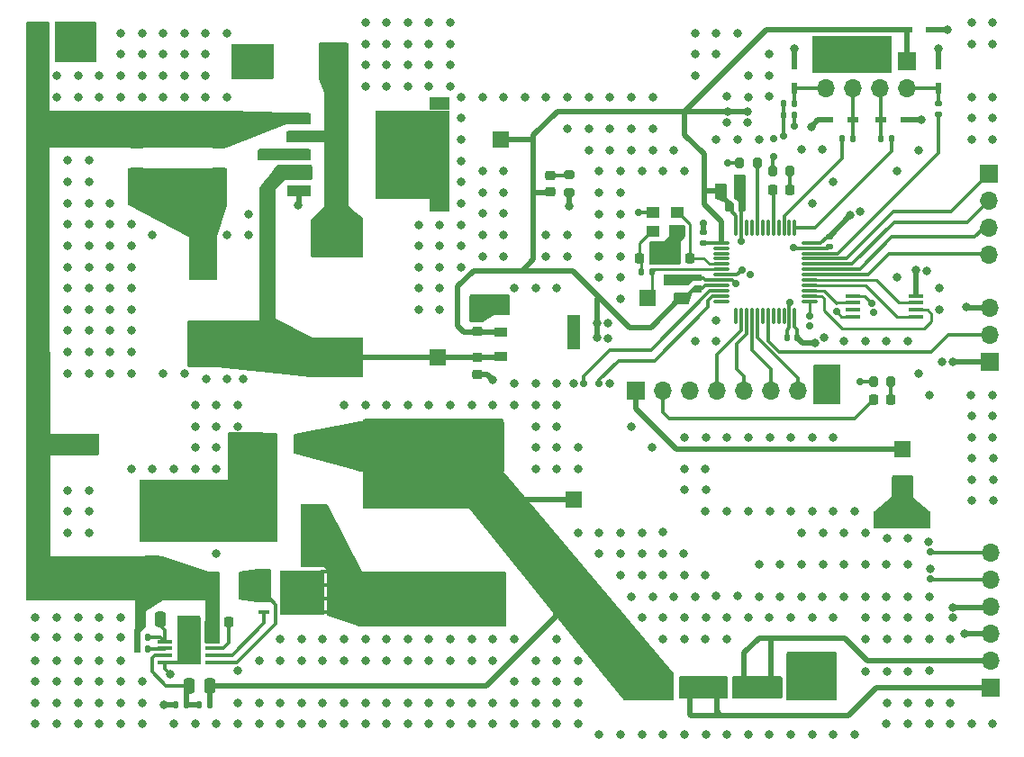
<source format=gbr>
%TF.GenerationSoftware,KiCad,Pcbnew,(6.0.8)*%
%TF.CreationDate,2022-12-06T23:52:26-08:00*%
%TF.ProjectId,motor_controller,6d6f746f-725f-4636-9f6e-74726f6c6c65,B1 (HULA) v0.2*%
%TF.SameCoordinates,Original*%
%TF.FileFunction,Copper,L1,Top*%
%TF.FilePolarity,Positive*%
%FSLAX46Y46*%
G04 Gerber Fmt 4.6, Leading zero omitted, Abs format (unit mm)*
G04 Created by KiCad (PCBNEW (6.0.8)) date 2022-12-06 23:52:26*
%MOMM*%
%LPD*%
G01*
G04 APERTURE LIST*
G04 Aperture macros list*
%AMRoundRect*
0 Rectangle with rounded corners*
0 $1 Rounding radius*
0 $2 $3 $4 $5 $6 $7 $8 $9 X,Y pos of 4 corners*
0 Add a 4 corners polygon primitive as box body*
4,1,4,$2,$3,$4,$5,$6,$7,$8,$9,$2,$3,0*
0 Add four circle primitives for the rounded corners*
1,1,$1+$1,$2,$3*
1,1,$1+$1,$4,$5*
1,1,$1+$1,$6,$7*
1,1,$1+$1,$8,$9*
0 Add four rect primitives between the rounded corners*
20,1,$1+$1,$2,$3,$4,$5,0*
20,1,$1+$1,$4,$5,$6,$7,0*
20,1,$1+$1,$6,$7,$8,$9,0*
20,1,$1+$1,$8,$9,$2,$3,0*%
G04 Aperture macros list end*
%TA.AperFunction,EtchedComponent*%
%ADD10C,0.100000*%
%TD*%
%TA.AperFunction,SMDPad,CuDef*%
%ADD11RoundRect,0.135000X-0.135000X-0.185000X0.135000X-0.185000X0.135000X0.185000X-0.135000X0.185000X0*%
%TD*%
%TA.AperFunction,SMDPad,CuDef*%
%ADD12R,1.450000X0.450000*%
%TD*%
%TA.AperFunction,SMDPad,CuDef*%
%ADD13R,2.160000X1.020000*%
%TD*%
%TA.AperFunction,SMDPad,CuDef*%
%ADD14R,6.990000X8.330000*%
%TD*%
%TA.AperFunction,SMDPad,CuDef*%
%ADD15R,1.910000X1.235000*%
%TD*%
%TA.AperFunction,SMDPad,CuDef*%
%ADD16R,1.425000X0.450000*%
%TD*%
%TA.AperFunction,SMDPad,CuDef*%
%ADD17R,1.880000X2.000000*%
%TD*%
%TA.AperFunction,SMDPad,CuDef*%
%ADD18R,1.250000X0.950000*%
%TD*%
%TA.AperFunction,SMDPad,CuDef*%
%ADD19R,1.250000X3.200000*%
%TD*%
%TA.AperFunction,SMDPad,CuDef*%
%ADD20RoundRect,0.225000X-0.225000X-0.250000X0.225000X-0.250000X0.225000X0.250000X-0.225000X0.250000X0*%
%TD*%
%TA.AperFunction,SMDPad,CuDef*%
%ADD21R,1.500000X1.500000*%
%TD*%
%TA.AperFunction,ComponentPad*%
%ADD22R,1.700000X1.700000*%
%TD*%
%TA.AperFunction,ComponentPad*%
%ADD23O,1.700000X1.700000*%
%TD*%
%TA.AperFunction,SMDPad,CuDef*%
%ADD24RoundRect,0.200000X-0.275000X0.200000X-0.275000X-0.200000X0.275000X-0.200000X0.275000X0.200000X0*%
%TD*%
%TA.AperFunction,SMDPad,CuDef*%
%ADD25RoundRect,0.225000X0.225000X0.250000X-0.225000X0.250000X-0.225000X-0.250000X0.225000X-0.250000X0*%
%TD*%
%TA.AperFunction,SMDPad,CuDef*%
%ADD26R,0.500000X1.100000*%
%TD*%
%TA.AperFunction,SMDPad,CuDef*%
%ADD27R,1.300000X1.050000*%
%TD*%
%TA.AperFunction,SMDPad,CuDef*%
%ADD28RoundRect,0.225000X-0.250000X0.225000X-0.250000X-0.225000X0.250000X-0.225000X0.250000X0.225000X0*%
%TD*%
%TA.AperFunction,SMDPad,CuDef*%
%ADD29RoundRect,0.140000X-0.140000X-0.170000X0.140000X-0.170000X0.140000X0.170000X-0.140000X0.170000X0*%
%TD*%
%TA.AperFunction,SMDPad,CuDef*%
%ADD30RoundRect,0.135000X0.135000X0.185000X-0.135000X0.185000X-0.135000X-0.185000X0.135000X-0.185000X0*%
%TD*%
%TA.AperFunction,SMDPad,CuDef*%
%ADD31RoundRect,0.250000X0.312500X1.075000X-0.312500X1.075000X-0.312500X-1.075000X0.312500X-1.075000X0*%
%TD*%
%TA.AperFunction,SMDPad,CuDef*%
%ADD32RoundRect,0.225000X0.250000X-0.225000X0.250000X0.225000X-0.250000X0.225000X-0.250000X-0.225000X0*%
%TD*%
%TA.AperFunction,SMDPad,CuDef*%
%ADD33R,2.500000X3.300000*%
%TD*%
%TA.AperFunction,SMDPad,CuDef*%
%ADD34RoundRect,0.140000X0.140000X0.170000X-0.140000X0.170000X-0.140000X-0.170000X0.140000X-0.170000X0*%
%TD*%
%TA.AperFunction,SMDPad,CuDef*%
%ADD35R,1.016000X0.457200*%
%TD*%
%TA.AperFunction,SMDPad,CuDef*%
%ADD36RoundRect,0.250000X1.000000X-1.750000X1.000000X1.750000X-1.000000X1.750000X-1.000000X-1.750000X0*%
%TD*%
%TA.AperFunction,ComponentPad*%
%ADD37R,1.600000X1.600000*%
%TD*%
%TA.AperFunction,ComponentPad*%
%ADD38C,1.600000*%
%TD*%
%TA.AperFunction,SMDPad,CuDef*%
%ADD39RoundRect,0.250000X0.700000X-1.825000X0.700000X1.825000X-0.700000X1.825000X-0.700000X-1.825000X0*%
%TD*%
%TA.AperFunction,SMDPad,CuDef*%
%ADD40RoundRect,0.200000X0.200000X0.275000X-0.200000X0.275000X-0.200000X-0.275000X0.200000X-0.275000X0*%
%TD*%
%TA.AperFunction,SMDPad,CuDef*%
%ADD41RoundRect,0.135000X0.185000X-0.135000X0.185000X0.135000X-0.185000X0.135000X-0.185000X-0.135000X0*%
%TD*%
%TA.AperFunction,SMDPad,CuDef*%
%ADD42RoundRect,0.140000X-0.170000X0.140000X-0.170000X-0.140000X0.170000X-0.140000X0.170000X0.140000X0*%
%TD*%
%TA.AperFunction,SMDPad,CuDef*%
%ADD43RoundRect,0.218750X0.218750X0.256250X-0.218750X0.256250X-0.218750X-0.256250X0.218750X-0.256250X0*%
%TD*%
%TA.AperFunction,SMDPad,CuDef*%
%ADD44RoundRect,0.250000X1.500000X0.550000X-1.500000X0.550000X-1.500000X-0.550000X1.500000X-0.550000X0*%
%TD*%
%TA.AperFunction,SMDPad,CuDef*%
%ADD45RoundRect,0.250000X-0.550000X1.500000X-0.550000X-1.500000X0.550000X-1.500000X0.550000X1.500000X0*%
%TD*%
%TA.AperFunction,SMDPad,CuDef*%
%ADD46R,1.100000X0.500000*%
%TD*%
%TA.AperFunction,SMDPad,CuDef*%
%ADD47R,13.100000X4.600000*%
%TD*%
%TA.AperFunction,SMDPad,CuDef*%
%ADD48R,13.050000X4.550000*%
%TD*%
%TA.AperFunction,SMDPad,CuDef*%
%ADD49RoundRect,0.250000X-0.250000X-0.475000X0.250000X-0.475000X0.250000X0.475000X-0.250000X0.475000X0*%
%TD*%
%TA.AperFunction,SMDPad,CuDef*%
%ADD50RoundRect,0.075000X-0.662500X-0.075000X0.662500X-0.075000X0.662500X0.075000X-0.662500X0.075000X0*%
%TD*%
%TA.AperFunction,SMDPad,CuDef*%
%ADD51RoundRect,0.075000X-0.075000X-0.662500X0.075000X-0.662500X0.075000X0.662500X-0.075000X0.662500X0*%
%TD*%
%TA.AperFunction,SMDPad,CuDef*%
%ADD52RoundRect,0.140000X0.170000X-0.140000X0.170000X0.140000X-0.170000X0.140000X-0.170000X-0.140000X0*%
%TD*%
%TA.AperFunction,SMDPad,CuDef*%
%ADD53RoundRect,0.200000X-0.200000X-0.275000X0.200000X-0.275000X0.200000X0.275000X-0.200000X0.275000X0*%
%TD*%
%TA.AperFunction,SMDPad,CuDef*%
%ADD54RoundRect,0.250000X0.250000X0.475000X-0.250000X0.475000X-0.250000X-0.475000X0.250000X-0.475000X0*%
%TD*%
%TA.AperFunction,SMDPad,CuDef*%
%ADD55RoundRect,0.218750X-0.256250X0.218750X-0.256250X-0.218750X0.256250X-0.218750X0.256250X0.218750X0*%
%TD*%
%TA.AperFunction,SMDPad,CuDef*%
%ADD56R,4.650000X3.450000*%
%TD*%
%TA.AperFunction,SMDPad,CuDef*%
%ADD57R,4.750000X3.450000*%
%TD*%
%TA.AperFunction,ViaPad*%
%ADD58C,0.800000*%
%TD*%
%TA.AperFunction,ViaPad*%
%ADD59C,0.700000*%
%TD*%
%TA.AperFunction,Conductor*%
%ADD60C,0.300000*%
%TD*%
%TA.AperFunction,Conductor*%
%ADD61C,0.500000*%
%TD*%
%TA.AperFunction,Conductor*%
%ADD62C,0.293370*%
%TD*%
G04 APERTURE END LIST*
%TO.C,MOSFET301*%
G36*
X106016200Y-109593900D02*
G01*
X101977600Y-109593900D01*
X101977600Y-105606100D01*
X106016200Y-105606100D01*
X106016200Y-109593900D01*
G37*
D10*
X106016200Y-109593900D02*
X101977600Y-109593900D01*
X101977600Y-105606100D01*
X106016200Y-105606100D01*
X106016200Y-109593900D01*
%TD*%
D11*
%TO.P,R303,1*%
%TO.N,/(2) Power Supply/POWER_BUS*%
X88540000Y-112900000D03*
%TO.P,R303,2*%
%TO.N,/(2) Power Supply/(3) Actuator Regulator/RT*%
X89560000Y-112900000D03*
%TD*%
D12*
%TO.P,IC601,1,~{CS}*%
%TO.N,SRAM_~{CS}*%
X155875000Y-79725000D03*
%TO.P,IC601,2,SO*%
%TO.N,SRAM_SPI_MIS0*%
X155875000Y-80375000D03*
%TO.P,IC601,3,NC*%
%TO.N,unconnected-(IC601-Pad3)*%
X155875000Y-81025000D03*
%TO.P,IC601,4,VSS*%
%TO.N,GND*%
X155875000Y-81675000D03*
%TO.P,IC601,5,SI*%
%TO.N,SRAM_SPI_MOSI*%
X161725000Y-81675000D03*
%TO.P,IC601,6,SCK*%
%TO.N,SRAM_SPI_SCK*%
X161725000Y-81025000D03*
%TO.P,IC601,7,~{HOLD}*%
%TO.N,SRAM_~{HOLD}*%
X161725000Y-80375000D03*
%TO.P,IC601,8,VCC*%
%TO.N,+3V3*%
X161725000Y-79725000D03*
%TD*%
D13*
%TO.P,IC401,1,VIN*%
%TO.N,/(2) Power Supply/POWER_BUS*%
X103725000Y-63050000D03*
%TO.P,IC401,2,OUTPUT*%
%TO.N,/(2) Power Supply/(4) Logic Regulator/OUTPUT_SW*%
X103725000Y-64750000D03*
%TO.P,IC401,3,GND*%
%TO.N,GND*%
X103725000Y-66450000D03*
%TO.P,IC401,4,FEED_BACK*%
%TO.N,SWITCH_OUT_5V*%
X103725000Y-68150000D03*
%TO.P,IC401,5,~{ON_}/_OFF*%
%TO.N,GND*%
X103725000Y-69850000D03*
D14*
%TO.P,IC401,6,TAB_(GND)*%
%TO.N,unconnected-(IC401-Pad6)*%
X114400000Y-66450000D03*
D15*
%TO.P,IC401,7*%
%TO.N,N/C*%
X116940000Y-71232500D03*
%TO.P,IC401,8*%
X116940000Y-61667500D03*
%TD*%
D16*
%TO.P,IC301,1,ADJ*%
%TO.N,/(2) Power Supply/(3) Actuator Regulator/ADJ*%
X91188000Y-112225000D03*
%TO.P,IC301,2,RT*%
%TO.N,/(2) Power Supply/(3) Actuator Regulator/RT*%
X91188000Y-112875000D03*
%TO.P,IC301,3,FB*%
%TO.N,/(2) Power Supply/(3) Actuator Regulator/FB*%
X91188000Y-113525000D03*
%TO.P,IC301,4,GND*%
%TO.N,GND*%
X91188000Y-114175000D03*
%TO.P,IC301,5,ISEN*%
%TO.N,/(2) Power Supply/(3) Actuator Regulator/ISEN*%
X95612000Y-114175000D03*
%TO.P,IC301,6,PGATE*%
%TO.N,/(2) Power Supply/(3) Actuator Regulator/PGATE*%
X95612000Y-113525000D03*
%TO.P,IC301,7,VCC*%
%TO.N,/(2) Power Supply/(3) Actuator Regulator/VCC*%
X95612000Y-112875000D03*
%TO.P,IC301,8,VIN*%
%TO.N,/(2) Power Supply/POWER_BUS*%
X95612000Y-112225000D03*
D17*
%TO.P,IC301,9,EP*%
%TO.N,GND*%
X93400000Y-113200000D03*
%TD*%
D18*
%TO.P,IC402,1,ADJUST/GROUND*%
%TO.N,GND*%
X122752000Y-80850000D03*
%TO.P,IC402,2,OUTPUT_1*%
%TO.N,+3V3*%
X122752000Y-83150000D03*
%TO.P,IC402,3,INPUT*%
%TO.N,SWITCH_OUT_5V*%
X122752000Y-85450000D03*
D19*
%TO.P,IC402,4,OUTPUT_2*%
%TO.N,unconnected-(IC402-Pad4)*%
X129552000Y-83150000D03*
%TD*%
D20*
%TO.P,C101,1*%
%TO.N,+3V3*%
X143525000Y-69850000D03*
%TO.P,C101,2*%
%TO.N,GND*%
X145075000Y-69850000D03*
%TD*%
D21*
%TO.P,TP202,1,1*%
%TO.N,+12V*%
X129600000Y-98900000D03*
%TD*%
D22*
%TO.P,J501,1,Pin_1*%
%TO.N,/(5) Motor Driver/VM*%
X135440000Y-88640000D03*
D23*
%TO.P,J501,2,Pin_2*%
%TO.N,ACTUATOR_POWER_FLAG*%
X137980000Y-88640000D03*
%TO.P,J501,3,Pin_3*%
%TO.N,unconnected-(J501-Pad3)*%
X140520000Y-88640000D03*
%TO.P,J501,4,Pin_4*%
%TO.N,~{FLT}*%
X143060000Y-88640000D03*
%TO.P,J501,5,Pin_5*%
%TO.N,~{SLP}*%
X145600000Y-88640000D03*
%TO.P,J501,6,Pin_6*%
%TO.N,PWM*%
X148140000Y-88640000D03*
%TO.P,J501,7,Pin_7*%
%TO.N,DIR*%
X150680000Y-88640000D03*
%TO.P,J501,8,Pin_8*%
%TO.N,GND*%
X153220000Y-88640000D03*
%TD*%
D24*
%TO.P,R202,1*%
%TO.N,Net-(D202-Pad1)*%
X129175000Y-68350000D03*
%TO.P,R202,2*%
%TO.N,GND*%
X129175000Y-70000000D03*
%TD*%
D25*
%TO.P,C108,1*%
%TO.N,HSE_IN*%
X140525000Y-76150000D03*
%TO.P,C108,2*%
%TO.N,GND*%
X138975000Y-76150000D03*
%TD*%
D26*
%TO.P,D604,1,A1*%
%TO.N,GND*%
X150300000Y-57900000D03*
%TO.P,D604,2,A2*%
%TO.N,/(6) Peripherals/RST*%
X150300000Y-60200000D03*
%TD*%
D27*
%TO.P,Y101,1,1*%
%TO.N,HSE_IN*%
X139300000Y-71875000D03*
%TO.P,Y101,2,2*%
%TO.N,GND*%
X137000000Y-71875000D03*
%TO.P,Y101,3,3*%
%TO.N,/XTAL_OUT*%
X137000000Y-73625000D03*
%TO.P,Y101,4,4*%
%TO.N,GND*%
X139300000Y-73625000D03*
%TD*%
D28*
%TO.P,C401,1*%
%TO.N,SWITCH_OUT_5V*%
X120502000Y-85525000D03*
%TO.P,C401,2*%
%TO.N,GND*%
X120502000Y-87075000D03*
%TD*%
D29*
%TO.P,C105,1*%
%TO.N,+3V3*%
X144370000Y-71325000D03*
%TO.P,C105,2*%
%TO.N,GND*%
X145330000Y-71325000D03*
%TD*%
D30*
%TO.P,R603,1*%
%TO.N,/(6) Peripherals/RST*%
X150310000Y-61600000D03*
%TO.P,R603,2*%
%TO.N,NRST*%
X149290000Y-61600000D03*
%TD*%
D31*
%TO.P,R302,1*%
%TO.N,/(2) Power Supply/(3) Actuator Regulator/ISEN*%
X98662500Y-107000000D03*
%TO.P,R302,2*%
%TO.N,/(2) Power Supply/POWER_BUS*%
X95737500Y-107000000D03*
%TD*%
D30*
%TO.P,R604,1*%
%TO.N,/(6) Peripherals/SWO*%
X155810000Y-64950000D03*
%TO.P,R604,2*%
%TO.N,SYS_JTDO-TRACESWO*%
X154790000Y-64950000D03*
%TD*%
D21*
%TO.P,TP201,1,1*%
%TO.N,/(2) Power Supply/POWER_BUS*%
X83900000Y-93700000D03*
%TD*%
D32*
%TO.P,C402,1*%
%TO.N,+3V3*%
X120502000Y-83075000D03*
%TO.P,C402,2*%
%TO.N,GND*%
X120502000Y-81525000D03*
%TD*%
D26*
%TO.P,D602,1,A1*%
%TO.N,GND*%
X163850000Y-57900000D03*
%TO.P,D602,2,A2*%
%TO.N,/(6) Peripherals/DIO*%
X163850000Y-60200000D03*
%TD*%
D33*
%TO.P,D401,1,K*%
%TO.N,/(2) Power Supply/(4) Logic Regulator/OUTPUT_SW*%
X106900000Y-57650000D03*
%TO.P,D401,2,A*%
%TO.N,GND*%
X100100000Y-57650000D03*
%TD*%
D22*
%TO.P,J201,1,Pin_1*%
%TO.N,/(2) Power Supply/POWER_BUS*%
X79350000Y-55175000D03*
D23*
%TO.P,J201,2,Pin_2*%
%TO.N,GND*%
X81890000Y-55175000D03*
%TD*%
D30*
%TO.P,R103,1*%
%TO.N,HSE_OUT*%
X136960000Y-77500000D03*
%TO.P,R103,2*%
%TO.N,/XTAL_OUT*%
X135940000Y-77500000D03*
%TD*%
D21*
%TO.P,TP203,1,1*%
%TO.N,+3V3*%
X122700000Y-65000000D03*
%TD*%
D22*
%TO.P,J601,1,Pin_1*%
%TO.N,CAN_TX*%
X168625000Y-68200000D03*
D23*
%TO.P,J601,2,Pin_2*%
%TO.N,CAN_RX*%
X168625000Y-70740000D03*
%TO.P,J601,3,Pin_3*%
%TO.N,I2C_SDA*%
X168625000Y-73280000D03*
%TO.P,J601,4,Pin_4*%
%TO.N,I2C_SCL*%
X168625000Y-75820000D03*
%TD*%
D34*
%TO.P,C103,1*%
%TO.N,+3V3*%
X150605000Y-83650000D03*
%TO.P,C103,2*%
%TO.N,GND*%
X149645000Y-83650000D03*
%TD*%
D30*
%TO.P,R305,1*%
%TO.N,/(2) Power Supply/(3) Actuator Regulator/FB*%
X93200000Y-118200000D03*
%TO.P,R305,2*%
%TO.N,GND*%
X92180000Y-118200000D03*
%TD*%
D35*
%TO.P,MOSFET301,1,1*%
%TO.N,/(2) Power Supply/(3) Actuator Regulator/ISEN*%
X100479000Y-105695000D03*
%TO.P,MOSFET301,2,2*%
X100479000Y-106965000D03*
%TO.P,MOSFET301,3,3*%
X100479000Y-108235000D03*
%TO.P,MOSFET301,4,4*%
%TO.N,/(2) Power Supply/(3) Actuator Regulator/PGATE*%
X100479000Y-109505000D03*
%TO.P,MOSFET301,5,5*%
%TO.N,/(2) Power Supply/(3) Actuator Regulator/MOSFETT_OUT*%
X106321000Y-109505000D03*
%TO.P,MOSFET301,6,6*%
X106321000Y-108235000D03*
%TO.P,MOSFET301,7,7*%
X106321000Y-106965000D03*
%TO.P,MOSFET301,8,8*%
X106321000Y-105695000D03*
%TD*%
D36*
%TO.P,C405,1*%
%TO.N,SWITCH_OUT_5V*%
X94750000Y-84150000D03*
%TO.P,C405,2*%
%TO.N,GND*%
X94750000Y-76150000D03*
%TD*%
D30*
%TO.P,R602,1*%
%TO.N,SYS_JTCK-SWCLK*%
X159510000Y-64900000D03*
%TO.P,R602,2*%
%TO.N,/(6) Peripherals/SCLK*%
X158490000Y-64900000D03*
%TD*%
D37*
%TO.P,C501,1*%
%TO.N,/(5) Motor Driver/VM*%
X160500000Y-94147349D03*
D38*
%TO.P,C501,2*%
%TO.N,GND*%
X160500000Y-97647349D03*
%TD*%
D22*
%TO.P,J603,1,Pin_1*%
%TO.N,+3V3*%
X160890000Y-57650000D03*
D23*
%TO.P,J603,2,Pin_2*%
%TO.N,/(6) Peripherals/DIO*%
X160890000Y-60190000D03*
%TO.P,J603,3,Pin_3*%
%TO.N,GND*%
X158350000Y-57650000D03*
%TO.P,J603,4,Pin_4*%
%TO.N,/(6) Peripherals/SCLK*%
X158350000Y-60190000D03*
%TO.P,J603,5,Pin_5*%
%TO.N,GND*%
X155810000Y-57650000D03*
%TO.P,J603,6,Pin_6*%
%TO.N,/(6) Peripherals/SWO*%
X155810000Y-60190000D03*
%TO.P,J603,7,Pin_7*%
%TO.N,GND*%
X153270000Y-57650000D03*
%TO.P,J603,8,Pin_8*%
%TO.N,/(6) Peripherals/RST*%
X153270000Y-60190000D03*
%TD*%
D39*
%TO.P,C303,1*%
%TO.N,/(2) Power Supply/POWER_BUS*%
X90000000Y-106275000D03*
%TO.P,C303,2*%
%TO.N,GND*%
X90000000Y-99325000D03*
%TD*%
D40*
%TO.P,R102,1*%
%TO.N,Net-(D101-Pad1)*%
X149950000Y-68000000D03*
%TO.P,R102,2*%
%TO.N,GND*%
X148300000Y-68000000D03*
%TD*%
D41*
%TO.P,R601,1*%
%TO.N,SYS_JTMS-SWDIO*%
X163850000Y-62610000D03*
%TO.P,R601,2*%
%TO.N,/(6) Peripherals/DIO*%
X163850000Y-61590000D03*
%TD*%
D42*
%TO.P,C104,1*%
%TO.N,+3V3*%
X153605000Y-74120000D03*
%TO.P,C104,2*%
%TO.N,GND*%
X153605000Y-75080000D03*
%TD*%
D43*
%TO.P,D201,1,K*%
%TO.N,Net-(D201-Pad1)*%
X159387500Y-89500000D03*
%TO.P,D201,2,A*%
%TO.N,ACTUATOR_POWER_FLAG*%
X157812500Y-89500000D03*
%TD*%
D44*
%TO.P,C305,1*%
%TO.N,+12V*%
X105100000Y-93600000D03*
%TO.P,C305,2*%
%TO.N,GND*%
X99700000Y-93600000D03*
%TD*%
D20*
%TO.P,C109,1*%
%TO.N,/XTAL_OUT*%
X135775000Y-76150000D03*
%TO.P,C109,2*%
%TO.N,GND*%
X137325000Y-76150000D03*
%TD*%
%TO.P,C302,1*%
%TO.N,/(2) Power Supply/POWER_BUS*%
X95625000Y-110400000D03*
%TO.P,C302,2*%
%TO.N,/(2) Power Supply/(3) Actuator Regulator/VCC*%
X97175000Y-110400000D03*
%TD*%
D32*
%TO.P,C106,1*%
%TO.N,+3V3*%
X139700000Y-79850000D03*
%TO.P,C106,2*%
%TO.N,GND*%
X139700000Y-78300000D03*
%TD*%
D11*
%TO.P,C601,1*%
%TO.N,NRST*%
X149290000Y-62700000D03*
%TO.P,C601,2*%
%TO.N,GND*%
X150310000Y-62700000D03*
%TD*%
D45*
%TO.P,C403,1*%
%TO.N,/(2) Power Supply/POWER_BUS*%
X96200000Y-64050000D03*
%TO.P,C403,2*%
%TO.N,GND*%
X96200000Y-69450000D03*
%TD*%
D46*
%TO.P,D605,1,A1*%
%TO.N,GND*%
X153500000Y-63150000D03*
%TO.P,D605,2,A2*%
%TO.N,/(6) Peripherals/SWO*%
X155800000Y-63150000D03*
%TD*%
D30*
%TO.P,R304,1*%
%TO.N,+12V*%
X95400000Y-118200000D03*
%TO.P,R304,2*%
%TO.N,/(2) Power Supply/(3) Actuator Regulator/FB*%
X94380000Y-118200000D03*
%TD*%
D46*
%TO.P,D603,1,A1*%
%TO.N,GND*%
X163200000Y-54700000D03*
%TO.P,D603,2,A2*%
%TO.N,+3V3*%
X160900000Y-54700000D03*
%TD*%
D47*
%TO.P,L301,1*%
%TO.N,/(2) Power Supply/(3) Actuator Regulator/MOSFETT_OUT*%
X116500000Y-108200000D03*
D48*
%TO.P,L301,2*%
%TO.N,+12V*%
X116475000Y-93825000D03*
%TD*%
D22*
%TO.P,J502,1,Pin_1*%
%TO.N,+12V*%
X135440000Y-116560000D03*
D23*
%TO.P,J502,2,Pin_2*%
X137980000Y-116560000D03*
%TO.P,J502,3,Pin_3*%
%TO.N,PWR_MOTOR_P*%
X140520000Y-116560000D03*
%TO.P,J502,4,Pin_4*%
X143060000Y-116560000D03*
%TO.P,J502,5,Pin_5*%
%TO.N,PWR_MOTOR_N*%
X145600000Y-116560000D03*
%TO.P,J502,6,Pin_6*%
X148140000Y-116560000D03*
%TO.P,J502,7,Pin_7*%
%TO.N,GND*%
X150680000Y-116560000D03*
%TO.P,J502,8,Pin_8*%
X153220000Y-116560000D03*
%TD*%
D49*
%TO.P,C301,1*%
%TO.N,/(2) Power Supply/POWER_BUS*%
X88850000Y-110100000D03*
%TO.P,C301,2*%
%TO.N,/(2) Power Supply/(3) Actuator Regulator/ADJ*%
X90750000Y-110100000D03*
%TD*%
D50*
%TO.P,U101,1,VBAT*%
%TO.N,+3V3*%
X143450900Y-74728400D03*
%TO.P,U101,2,PC13*%
%TO.N,unconnected-(U101-Pad2)*%
X143450900Y-75228400D03*
%TO.P,U101,3,PC14*%
%TO.N,unconnected-(U101-Pad3)*%
X143450900Y-75728400D03*
%TO.P,U101,4,PC15*%
%TO.N,unconnected-(U101-Pad4)*%
X143450900Y-76228400D03*
%TO.P,U101,5,PF0*%
%TO.N,HSE_IN*%
X143450900Y-76728400D03*
%TO.P,U101,6,PF1*%
%TO.N,HSE_OUT*%
X143450900Y-77228400D03*
%TO.P,U101,7,NRST*%
%TO.N,NRST*%
X143450900Y-77728400D03*
%TO.P,U101,8,VSSA*%
%TO.N,GND*%
X143450900Y-78228400D03*
%TO.P,U101,9,VDDA*%
%TO.N,+3V3*%
X143450900Y-78728400D03*
%TO.P,U101,10,PA0*%
%TO.N,ENC_A*%
X143450900Y-79228400D03*
%TO.P,U101,11,PA1*%
%TO.N,ENC_B*%
X143450900Y-79728400D03*
%TO.P,U101,12,PA2*%
%TO.N,unconnected-(U101-Pad12)*%
X143450900Y-80228400D03*
D51*
%TO.P,U101,13,PA3*%
%TO.N,unconnected-(U101-Pad13)*%
X144863400Y-81640900D03*
%TO.P,U101,14,PA4*%
%TO.N,~{FLT}*%
X145363400Y-81640900D03*
%TO.P,U101,15,PA5*%
%TO.N,~{SLP}*%
X145863400Y-81640900D03*
%TO.P,U101,16,PA6*%
%TO.N,PWM*%
X146363400Y-81640900D03*
%TO.P,U101,17,PA7*%
%TO.N,DIR*%
X146863400Y-81640900D03*
%TO.P,U101,18,PB0*%
%TO.N,unconnected-(U101-Pad18)*%
X147363400Y-81640900D03*
%TO.P,U101,19,PB1*%
%TO.N,SW_LIMIT*%
X147863400Y-81640900D03*
%TO.P,U101,20,PB2*%
%TO.N,unconnected-(U101-Pad20)*%
X148363400Y-81640900D03*
%TO.P,U101,21,PB10*%
%TO.N,unconnected-(U101-Pad21)*%
X148863400Y-81640900D03*
%TO.P,U101,22,PB11*%
%TO.N,unconnected-(U101-Pad22)*%
X149363400Y-81640900D03*
%TO.P,U101,23,VSS*%
%TO.N,GND*%
X149863400Y-81640900D03*
%TO.P,U101,24,VDD*%
%TO.N,+3V3*%
X150363400Y-81640900D03*
D50*
%TO.P,U101,25,PB12*%
%TO.N,SRAM_~{CS}*%
X151775900Y-80228400D03*
%TO.P,U101,26,PB13*%
%TO.N,SRAM_SPI_SCK*%
X151775900Y-79728400D03*
%TO.P,U101,27,PB14*%
%TO.N,SRAM_SPI_MIS0*%
X151775900Y-79228400D03*
%TO.P,U101,28,PB15*%
%TO.N,SRAM_SPI_MOSI*%
X151775900Y-78728400D03*
%TO.P,U101,29,PA8*%
%TO.N,SRAM_~{HOLD}*%
X151775900Y-78228400D03*
%TO.P,U101,30,PA9*%
%TO.N,I2C_SCL*%
X151775900Y-77728400D03*
%TO.P,U101,31,PA10*%
%TO.N,I2C_SDA*%
X151775900Y-77228400D03*
%TO.P,U101,32,PA11*%
%TO.N,CAN_RX*%
X151775900Y-76728400D03*
%TO.P,U101,33,PA12*%
%TO.N,CAN_TX*%
X151775900Y-76228400D03*
%TO.P,U101,34,PA13*%
%TO.N,SYS_JTMS-SWDIO*%
X151775900Y-75728400D03*
%TO.P,U101,35,VSS*%
%TO.N,GND*%
X151775900Y-75228400D03*
%TO.P,U101,36,VDD*%
%TO.N,+3V3*%
X151775900Y-74728400D03*
D51*
%TO.P,U101,37,PA14*%
%TO.N,SYS_JTCK-SWCLK*%
X150363400Y-73315900D03*
%TO.P,U101,38,PA15*%
%TO.N,unconnected-(U101-Pad38)*%
X149863400Y-73315900D03*
%TO.P,U101,39,PB3*%
%TO.N,SYS_JTDO-TRACESWO*%
X149363400Y-73315900D03*
%TO.P,U101,40,PB4*%
%TO.N,unconnected-(U101-Pad40)*%
X148863400Y-73315900D03*
%TO.P,U101,41,PB5*%
%TO.N,/LED_STAT*%
X148363400Y-73315900D03*
%TO.P,U101,42,PB6*%
%TO.N,unconnected-(U101-Pad42)*%
X147863400Y-73315900D03*
%TO.P,U101,43,PB7*%
%TO.N,unconnected-(U101-Pad43)*%
X147363400Y-73315900D03*
%TO.P,U101,44,BOOT0*%
%TO.N,/BOOT0*%
X146863400Y-73315900D03*
%TO.P,U101,45,PB8*%
%TO.N,unconnected-(U101-Pad45)*%
X146363400Y-73315900D03*
%TO.P,U101,46,PB9*%
%TO.N,unconnected-(U101-Pad46)*%
X145863400Y-73315900D03*
%TO.P,U101,47,VSS*%
%TO.N,GND*%
X145363400Y-73315900D03*
%TO.P,U101,48,VDD*%
%TO.N,+3V3*%
X144863400Y-73315900D03*
%TD*%
D21*
%TO.P,TP401,1,1*%
%TO.N,SWITCH_OUT_5V*%
X116800000Y-85500000D03*
%TD*%
D52*
%TO.P,C102,1*%
%TO.N,+3V3*%
X141769800Y-74732700D03*
%TO.P,C102,2*%
%TO.N,GND*%
X141769800Y-73772700D03*
%TD*%
D53*
%TO.P,R101,1*%
%TO.N,GND*%
X145175000Y-67200000D03*
%TO.P,R101,2*%
%TO.N,/BOOT0*%
X146825000Y-67200000D03*
%TD*%
D11*
%TO.P,R301,1*%
%TO.N,/(2) Power Supply/POWER_BUS*%
X88540000Y-111800000D03*
%TO.P,R301,2*%
%TO.N,/(2) Power Supply/(3) Actuator Regulator/ADJ*%
X89560000Y-111800000D03*
%TD*%
D54*
%TO.P,C304,1*%
%TO.N,+12V*%
X95350000Y-116400000D03*
%TO.P,C304,2*%
%TO.N,/(2) Power Supply/(3) Actuator Regulator/FB*%
X93450000Y-116400000D03*
%TD*%
D52*
%TO.P,C107,1*%
%TO.N,+3V3*%
X141225000Y-78980000D03*
%TO.P,C107,2*%
%TO.N,GND*%
X141225000Y-78020000D03*
%TD*%
D46*
%TO.P,D601,1,A1*%
%TO.N,GND*%
X160800000Y-63150000D03*
%TO.P,D601,2,A2*%
%TO.N,/(6) Peripherals/SCLK*%
X158500000Y-63150000D03*
%TD*%
D22*
%TO.P,J503,1,Pin_1*%
%TO.N,PWR_MOTOR_P*%
X168800000Y-116550000D03*
D23*
%TO.P,J503,2,Pin_2*%
%TO.N,PWR_MOTOR_N*%
X168800000Y-114010000D03*
%TO.P,J503,3,Pin_3*%
%TO.N,GND*%
X168800000Y-111470000D03*
%TO.P,J503,4,Pin_4*%
%TO.N,+3V3*%
X168800000Y-108930000D03*
%TO.P,J503,5,Pin_5*%
%TO.N,ENC_A*%
X168800000Y-106390000D03*
%TO.P,J503,6,Pin_6*%
%TO.N,ENC_B*%
X168800000Y-103850000D03*
%TD*%
D55*
%TO.P,D202,1,K*%
%TO.N,Net-(D202-Pad1)*%
X127425000Y-68387500D03*
%TO.P,D202,2,A*%
%TO.N,+3V3*%
X127425000Y-69962500D03*
%TD*%
D43*
%TO.P,D101,1,K*%
%TO.N,Net-(D101-Pad1)*%
X149900000Y-69754275D03*
%TO.P,D101,2,A*%
%TO.N,/LED_STAT*%
X148325000Y-69754275D03*
%TD*%
D45*
%TO.P,C404,1*%
%TO.N,/(2) Power Supply/POWER_BUS*%
X88500000Y-64050000D03*
%TO.P,C404,2*%
%TO.N,GND*%
X88500000Y-69450000D03*
%TD*%
D21*
%TO.P,TP101,1,1*%
%TO.N,HSE_OUT*%
X136500000Y-79950000D03*
%TD*%
D53*
%TO.P,R201,1*%
%TO.N,GND*%
X157775000Y-87800000D03*
%TO.P,R201,2*%
%TO.N,Net-(D201-Pad1)*%
X159425000Y-87800000D03*
%TD*%
D56*
%TO.P,L401,1*%
%TO.N,SWITCH_OUT_5V*%
X107375000Y-85525000D03*
D57*
%TO.P,L401,2*%
%TO.N,/(2) Power Supply/(4) Logic Regulator/OUTPUT_SW*%
X107375000Y-74275000D03*
%TD*%
D33*
%TO.P,D301,1,K*%
%TO.N,/(2) Power Supply/(3) Actuator Regulator/MOSFETT_OUT*%
X105200000Y-101000000D03*
%TO.P,D301,2,A*%
%TO.N,GND*%
X98400000Y-101000000D03*
%TD*%
D22*
%TO.P,J602,1,Pin_1*%
%TO.N,+3V3*%
X168675000Y-85925000D03*
D23*
%TO.P,J602,2,Pin_2*%
%TO.N,SW_LIMIT*%
X168675000Y-83385000D03*
%TO.P,J602,3,Pin_3*%
%TO.N,GND*%
X168675000Y-80845000D03*
%TD*%
D58*
%TO.N,GND*%
X161000000Y-120000000D03*
X167000000Y-120000000D03*
X165000000Y-120000000D03*
X163000000Y-120000000D03*
X169000000Y-120000000D03*
X152000000Y-121000000D03*
X156000000Y-121000000D03*
X154000000Y-121000000D03*
X159000000Y-120000000D03*
X142000000Y-121000000D03*
X148000000Y-121000000D03*
X146000000Y-121000000D03*
X144000000Y-121000000D03*
X150000000Y-121000000D03*
X132000000Y-121000000D03*
X138000000Y-121000000D03*
X136000000Y-121000000D03*
X134000000Y-121000000D03*
X140000000Y-121000000D03*
X79000000Y-120000000D03*
X85000000Y-120000000D03*
X83000000Y-120000000D03*
X81000000Y-120000000D03*
X87000000Y-120000000D03*
X94000000Y-120000000D03*
X92000000Y-120000000D03*
X89000000Y-120000000D03*
X96000000Y-120000000D03*
X118000000Y-120000000D03*
X104000000Y-120000000D03*
X102000000Y-120000000D03*
X116000000Y-120000000D03*
X124000000Y-120000000D03*
X126000000Y-120000000D03*
X128000000Y-120000000D03*
X106000000Y-120000000D03*
X130000000Y-120000000D03*
X100000000Y-120000000D03*
X114000000Y-120000000D03*
X108000000Y-120000000D03*
X120000000Y-120000000D03*
X110000000Y-120000000D03*
X122000000Y-120000000D03*
X98000000Y-120000000D03*
X112000000Y-120000000D03*
X110000000Y-114000000D03*
X115000000Y-73019721D03*
X168981284Y-89018716D03*
X100000000Y-118000000D03*
X136000000Y-68000000D03*
X146000000Y-61000000D03*
X146990089Y-107993862D03*
X169018716Y-94981284D03*
X157000000Y-102000000D03*
X85000000Y-111800000D03*
X125000000Y-61000000D03*
X86000000Y-77000000D03*
X134000000Y-106000000D03*
X115000000Y-79019721D03*
X148983247Y-107993862D03*
X112000000Y-90000000D03*
X155000000Y-108000000D03*
D59*
X148421781Y-64894516D03*
D58*
X116000000Y-60000000D03*
X96000000Y-94000000D03*
X84019721Y-85000000D03*
X128000000Y-90000000D03*
X134000000Y-104000000D03*
X151900000Y-114100000D03*
X117000000Y-73019721D03*
X98000000Y-58700000D03*
X139989032Y-97968154D03*
X112000000Y-56019721D03*
X87000000Y-57000000D03*
X91000000Y-55000000D03*
X87000000Y-116000000D03*
X81000000Y-110000000D03*
X100500000Y-66500000D03*
X169018716Y-96981284D03*
X88000000Y-81000000D03*
X87000000Y-59000000D03*
X132000000Y-76000000D03*
X145895598Y-63424070D03*
X152700000Y-86700000D03*
X124000000Y-90000000D03*
X150976404Y-107993862D03*
X123000000Y-71980279D03*
X84000000Y-75000000D03*
X127000000Y-74019721D03*
D59*
X144100000Y-67200000D03*
D58*
X155750000Y-55750000D03*
X81000000Y-61000000D03*
X150996931Y-65981284D03*
X98000000Y-92000000D03*
X148000000Y-110000000D03*
X84100000Y-56000000D03*
X116000000Y-114000000D03*
X108000000Y-112000000D03*
X152000000Y-71000000D03*
X87000000Y-118000000D03*
X97000000Y-87500000D03*
X133000000Y-66000000D03*
X120000000Y-90000000D03*
D59*
X138525000Y-78275000D03*
D58*
X153018716Y-105018716D03*
X112000000Y-54000000D03*
X130000000Y-118000000D03*
X128000000Y-94000000D03*
X110000000Y-54000000D03*
X157018716Y-105018716D03*
X141000000Y-108000000D03*
X106000000Y-118000000D03*
X82019721Y-81000000D03*
X160998339Y-107993862D03*
X132774070Y-82304402D03*
X127000000Y-76000000D03*
X161018716Y-118018716D03*
X167018716Y-98981284D03*
X121000000Y-61000000D03*
X142000000Y-110000000D03*
X141968154Y-99989384D03*
X117000000Y-79019721D03*
X162749070Y-77354402D03*
X86019721Y-83000000D03*
X140989384Y-54997484D03*
X93000000Y-55000000D03*
X147988831Y-56981284D03*
X126000000Y-118000000D03*
X121000000Y-68019721D03*
X116000000Y-118000000D03*
X122000000Y-112000000D03*
X124000000Y-118000000D03*
X120300000Y-80200000D03*
X123000000Y-61000000D03*
X94000000Y-92000000D03*
X121000000Y-71980279D03*
D59*
X135674100Y-71850000D03*
D58*
X169000000Y-63000000D03*
X118000000Y-58000000D03*
X136000000Y-102000000D03*
X154000000Y-100000000D03*
X86019721Y-81000000D03*
X84000000Y-100000000D03*
D59*
X145125000Y-68725000D03*
D58*
X158250000Y-55750000D03*
X92000000Y-102000000D03*
X94000000Y-71200000D03*
X143945725Y-63416107D03*
X93900000Y-110375000D03*
X157000000Y-110000000D03*
X138000000Y-68000000D03*
X129000000Y-74019721D03*
X84000000Y-67000000D03*
X97000000Y-74000000D03*
X92800000Y-110375000D03*
X91019721Y-87000000D03*
X89000000Y-61000000D03*
D59*
X150300000Y-63750000D03*
D58*
X126000000Y-79000000D03*
X164225497Y-85900000D03*
X87000000Y-55000000D03*
X83000000Y-114000000D03*
X91000000Y-61000000D03*
X110000000Y-112000000D03*
D59*
X145350000Y-74600000D03*
D58*
X108000000Y-114000000D03*
X165200000Y-109999503D03*
X141000000Y-84000000D03*
X86019721Y-79000000D03*
X152000000Y-110000000D03*
X152999446Y-65981284D03*
X88000000Y-85000000D03*
X166300000Y-111500000D03*
X88000000Y-83000000D03*
X140018716Y-93018716D03*
X97000000Y-61000000D03*
X81000000Y-59000000D03*
X151000000Y-105000000D03*
X116000000Y-58000000D03*
X102000000Y-118000000D03*
X84100000Y-54800000D03*
X160000000Y-68000000D03*
X128000000Y-118000000D03*
X123000000Y-74000000D03*
X115000000Y-77000000D03*
X102000000Y-112000000D03*
X86000000Y-73000000D03*
X137000000Y-108000000D03*
X83000000Y-59000000D03*
X139943854Y-103979473D03*
D59*
X148400000Y-66600000D03*
D58*
X126000000Y-92000000D03*
X82019721Y-83000000D03*
X96000000Y-104000000D03*
X85000000Y-116000000D03*
X152000000Y-100000000D03*
X132770398Y-83715491D03*
X143997484Y-60984353D03*
D59*
X146142917Y-77745944D03*
D58*
X92000000Y-100000000D03*
X84019721Y-79000000D03*
X122000000Y-87600000D03*
X130000000Y-94000000D03*
X95019721Y-87500000D03*
X134983800Y-91981284D03*
X94000000Y-90000000D03*
X167000000Y-95000000D03*
X161018716Y-115018716D03*
X150018716Y-93018716D03*
X82000000Y-69000000D03*
X144000000Y-112000000D03*
X89000000Y-116000000D03*
X118000000Y-118000000D03*
X134000000Y-68000000D03*
X120000000Y-112000000D03*
X116000000Y-89991488D03*
X84000000Y-71000000D03*
X112000000Y-58000000D03*
X104000000Y-118000000D03*
X115000000Y-81000000D03*
X86000000Y-75000000D03*
X161018716Y-112018716D03*
X117000000Y-75000000D03*
X147983800Y-60984353D03*
X166962568Y-89037432D03*
X160000000Y-100800000D03*
X88000000Y-96000000D03*
X87980279Y-74986899D03*
X90600000Y-71200000D03*
X135000000Y-66000000D03*
X148000000Y-59000000D03*
X93900000Y-73000000D03*
X82000000Y-71000000D03*
X146991900Y-64989384D03*
X142986869Y-64989384D03*
X162982229Y-102857829D03*
X156983800Y-83981284D03*
X93900000Y-111400000D03*
X79000000Y-110000000D03*
X155000000Y-84000000D03*
X95000000Y-59000000D03*
X106000000Y-112000000D03*
X167000000Y-61000000D03*
X158986315Y-83981284D03*
X129000000Y-76000000D03*
X151900000Y-63800000D03*
X79000000Y-111800000D03*
X98500000Y-87500000D03*
X114000000Y-58000000D03*
X114000000Y-118000000D03*
X138000000Y-106000000D03*
X155990441Y-99989384D03*
X118000000Y-114000000D03*
X106000000Y-114000000D03*
X126000000Y-96000000D03*
D59*
X150255000Y-75200000D03*
D58*
X114000000Y-60000000D03*
X169000000Y-54000000D03*
X122000000Y-90000000D03*
X89000000Y-59000000D03*
X87980279Y-77000000D03*
X166981284Y-91018716D03*
X138000000Y-110000000D03*
X98000000Y-115000000D03*
X117000000Y-81000000D03*
X94000000Y-68900000D03*
X161000000Y-105000000D03*
X88000000Y-79000000D03*
X162000000Y-87000000D03*
X126000000Y-114000000D03*
X84000000Y-102000000D03*
X132000000Y-102000000D03*
X150500000Y-114100000D03*
X166981284Y-93018716D03*
X134000000Y-74000000D03*
X132000000Y-104000000D03*
X139996931Y-111986315D03*
X139000000Y-66000000D03*
X95400000Y-73000000D03*
X128000000Y-79000000D03*
X153136553Y-83603023D03*
X110000000Y-58000000D03*
X144978065Y-107949992D03*
X135000000Y-108000000D03*
X148018716Y-100018716D03*
X155018716Y-102000000D03*
X85000000Y-59000000D03*
X103700000Y-71200000D03*
X123000000Y-70000000D03*
X137000000Y-64000000D03*
X95000000Y-57000000D03*
X126000000Y-88000000D03*
X119000000Y-61019721D03*
X114000000Y-89991488D03*
X132000000Y-74000000D03*
D59*
X156500000Y-87800000D03*
D58*
X112000000Y-118000000D03*
X132000000Y-68000000D03*
X124000000Y-79000000D03*
X163018716Y-89018716D03*
X149018716Y-105018716D03*
D59*
X154300000Y-81200000D03*
D58*
X93000000Y-61000000D03*
X128000000Y-96000000D03*
X83000000Y-111800000D03*
X96000000Y-90000000D03*
X100000000Y-114000000D03*
D59*
X137349100Y-75025000D03*
D58*
X152018716Y-93018716D03*
X159000000Y-105000000D03*
X91675000Y-115300000D03*
X91000000Y-59000000D03*
X142991900Y-56981284D03*
X79000000Y-114000000D03*
X87000000Y-111800000D03*
D59*
X157747877Y-81287264D03*
D58*
X94000000Y-94000000D03*
X159018716Y-118018716D03*
X118000000Y-90000000D03*
X82000000Y-77000000D03*
X158600000Y-100800000D03*
X82850000Y-57200000D03*
X143000000Y-84000000D03*
X81450000Y-57200000D03*
X118000000Y-56019721D03*
X132000000Y-72000000D03*
X87000000Y-110000000D03*
X83000000Y-118000000D03*
X110000000Y-60000000D03*
X92800000Y-111400000D03*
X116000000Y-112000000D03*
X142010263Y-97968154D03*
X132949503Y-88000000D03*
X102000000Y-114000000D03*
X154000000Y-110000000D03*
X87000000Y-61000000D03*
X96000000Y-102000000D03*
X130000000Y-116000000D03*
X126000000Y-94000000D03*
X163000000Y-110000000D03*
X155018716Y-105018716D03*
X122000000Y-114000000D03*
X134000000Y-72000000D03*
X104000000Y-114000000D03*
X126000000Y-116000000D03*
X85000000Y-61000000D03*
X163000000Y-115000000D03*
X134000000Y-78000000D03*
X123000000Y-68019721D03*
X162300000Y-63150000D03*
X163850000Y-56500000D03*
X163996931Y-78989384D03*
X141000000Y-57000000D03*
X143000000Y-55000000D03*
X156517521Y-71817345D03*
X159018716Y-102500000D03*
X79000000Y-116000000D03*
X130000000Y-114000000D03*
X81000000Y-116000000D03*
X99000000Y-74000000D03*
X122000000Y-118000000D03*
X147018716Y-105018716D03*
X98000000Y-118000000D03*
X81000000Y-111800000D03*
X153200000Y-114100000D03*
X89000000Y-55000000D03*
X145988680Y-109999295D03*
X129550497Y-88000000D03*
X92000000Y-97900000D03*
X162300000Y-100800000D03*
X114000000Y-54000000D03*
X83000000Y-61000000D03*
X161200000Y-100800000D03*
X128000000Y-92000000D03*
X81000000Y-114000000D03*
X121000000Y-70000000D03*
X93000000Y-57000000D03*
X98000000Y-96000000D03*
X144018716Y-93018716D03*
X143000000Y-82000000D03*
X104000000Y-112000000D03*
X135982542Y-103985611D03*
X157000000Y-108000000D03*
X164000000Y-81000000D03*
X99000000Y-72000000D03*
X98000000Y-57600000D03*
X123000000Y-75980279D03*
X134000000Y-80000000D03*
X169018716Y-98981284D03*
X133000000Y-64000000D03*
X161000000Y-110000000D03*
X84000000Y-98000000D03*
X165000000Y-118000000D03*
X157018716Y-112018716D03*
X87980279Y-72986899D03*
X135000000Y-61000000D03*
X137000000Y-61000000D03*
X84000000Y-73000000D03*
X97000000Y-55000000D03*
X130000000Y-102000000D03*
X150000000Y-110000000D03*
X114000000Y-56019721D03*
X159018716Y-112018716D03*
X126000000Y-90000000D03*
X110000000Y-118000000D03*
X137950696Y-101958243D03*
X167000000Y-63000000D03*
D59*
X141775000Y-72925000D03*
D58*
X119000000Y-77000000D03*
X139989032Y-95989032D03*
X89000000Y-118000000D03*
X163000000Y-112000000D03*
X87000000Y-114000000D03*
X119000000Y-73019721D03*
X150300000Y-56500000D03*
X136000000Y-106000000D03*
X169000000Y-56000000D03*
X124000000Y-112000000D03*
X118000000Y-54000000D03*
X96000000Y-98000000D03*
X124000000Y-88000000D03*
X112000000Y-60000000D03*
X151000000Y-102000000D03*
X141974291Y-105984907D03*
X159018716Y-115018716D03*
X114000000Y-114000000D03*
X140989384Y-58965085D03*
X130000000Y-96000000D03*
X83000000Y-116000000D03*
X96000000Y-100000000D03*
X101800000Y-66500000D03*
X163000000Y-108000000D03*
X163018716Y-118018716D03*
X84000000Y-77000000D03*
X86000000Y-71000000D03*
X161018716Y-102500000D03*
X82000000Y-102000000D03*
X119000000Y-75000000D03*
X93000000Y-59000000D03*
X133000000Y-61000000D03*
X82000000Y-98000000D03*
X91100000Y-118200000D03*
X157018716Y-115018716D03*
X132000000Y-78000000D03*
X159982542Y-77978769D03*
X96000000Y-96000000D03*
X142018716Y-93018716D03*
X108000000Y-118000000D03*
X165000000Y-112000000D03*
X136986315Y-93983800D03*
X153250000Y-55750000D03*
X169000000Y-91000000D03*
X164700000Y-54700000D03*
X150000000Y-100000000D03*
X161000000Y-84000000D03*
X131000000Y-64000000D03*
X88000000Y-87000000D03*
X129000000Y-61000000D03*
X90000000Y-96000000D03*
X90000000Y-74000000D03*
X95000000Y-61000000D03*
X129000000Y-64000000D03*
X141990089Y-111986315D03*
X137000000Y-66000000D03*
X162000000Y-66000000D03*
X84019721Y-81000000D03*
X85000000Y-110000000D03*
X128000000Y-116000000D03*
X135982542Y-109993157D03*
X119000000Y-67019721D03*
X129200000Y-71300000D03*
X93019721Y-87000000D03*
X121300000Y-80200000D03*
X138000000Y-112000000D03*
X167000000Y-65000000D03*
X121000000Y-74000000D03*
X141968154Y-95989032D03*
X144000000Y-110000000D03*
X134000000Y-76000000D03*
X116000000Y-54000000D03*
X131000000Y-66000000D03*
X86019721Y-85000000D03*
X119000000Y-63000000D03*
X118000000Y-112000000D03*
X98000000Y-56600000D03*
X121000000Y-75980279D03*
D59*
X144850000Y-78550000D03*
D58*
X134000000Y-102000000D03*
X86019721Y-87000000D03*
X117000000Y-77000000D03*
X96000000Y-92000000D03*
X146000000Y-93000000D03*
X145986315Y-58983800D03*
X134000000Y-70000000D03*
X142984907Y-107978065D03*
X82019721Y-79000000D03*
X85000000Y-118000000D03*
X152997635Y-107993862D03*
X120000000Y-118000000D03*
X128000000Y-112000000D03*
X153018716Y-102000000D03*
X119000000Y-71000000D03*
X112000000Y-114000000D03*
D59*
X138999100Y-75000000D03*
D58*
X124000000Y-116000000D03*
X119000000Y-69000000D03*
D59*
X149875000Y-80350000D03*
D58*
X100000000Y-96000000D03*
X82000000Y-67000000D03*
X144018716Y-100018716D03*
X154000000Y-93000000D03*
X144994415Y-54997484D03*
X140000000Y-68000000D03*
X120000000Y-114000000D03*
X167000000Y-56000000D03*
X154000000Y-86700000D03*
X166500000Y-80800000D03*
X159000000Y-110000000D03*
X115000000Y-75000000D03*
X89000000Y-57000000D03*
X110000000Y-90000000D03*
X163100000Y-105400497D03*
X131000000Y-61000000D03*
X169000000Y-65000000D03*
X127000000Y-61000000D03*
X148018716Y-93018716D03*
X146018716Y-100018716D03*
X95000000Y-55000000D03*
X81000000Y-118000000D03*
X82000000Y-73000000D03*
X108000000Y-90000000D03*
X112000000Y-112000000D03*
X114000000Y-112000000D03*
X116000000Y-56019721D03*
D59*
X151800000Y-82499503D03*
D58*
X90600000Y-68900000D03*
X139000000Y-108000000D03*
X137975700Y-103985611D03*
X169000000Y-93000000D03*
X144989384Y-64989384D03*
X135000000Y-64000000D03*
X82000000Y-75000000D03*
X127990692Y-87987523D03*
X84000000Y-69000000D03*
X128000000Y-114000000D03*
X110000000Y-56019721D03*
X82019721Y-85000000D03*
X79000000Y-118000000D03*
X94000000Y-96000000D03*
X119000000Y-65000000D03*
X132000000Y-70000000D03*
X154000000Y-69000000D03*
X85000000Y-114000000D03*
X118000000Y-60000000D03*
X91000000Y-57000000D03*
X83000000Y-110000000D03*
X167000000Y-54000000D03*
X84019721Y-83000000D03*
X98000000Y-90000000D03*
X92000000Y-96000000D03*
X158977109Y-107993862D03*
X82000000Y-100000000D03*
X84019721Y-87000000D03*
X82019721Y-87000000D03*
X140000000Y-106000000D03*
X169000000Y-61000000D03*
X167000000Y-97000000D03*
X139996931Y-109993157D03*
D59*
%TO.N,NRST*%
X149300000Y-64700000D03*
X145384621Y-77262114D03*
%TO.N,SRAM_~{CS}*%
X151800000Y-81600000D03*
X157600000Y-80400000D03*
%TO.N,ENC_A*%
X163100000Y-106350000D03*
X130500000Y-88000000D03*
%TO.N,ENC_B*%
X132000000Y-88000000D03*
X163100000Y-103800000D03*
D58*
%TO.N,+3V3*%
X165200000Y-109000000D03*
X152300000Y-84150000D03*
X144075000Y-62425000D03*
X145925000Y-62425000D03*
X161750000Y-77325000D03*
X155575000Y-72150000D03*
X165225000Y-85900000D03*
X131775000Y-83625000D03*
X131775000Y-82275000D03*
%TD*%
D60*
%TO.N,/(2) Power Supply/(3) Actuator Regulator/RT*%
X91163000Y-112900000D02*
X91188000Y-112875000D01*
X89560000Y-112900000D02*
X91163000Y-112900000D01*
%TO.N,GND*%
X153456600Y-75228400D02*
X153605000Y-75080000D01*
D61*
X121475000Y-87075000D02*
X122000000Y-87600000D01*
D60*
X142026600Y-78228400D02*
X142026120Y-78228880D01*
X145363400Y-73315900D02*
X145363400Y-74586600D01*
X150310000Y-62700000D02*
X150310000Y-63740000D01*
D61*
X166545000Y-80845000D02*
X166500000Y-80800000D01*
D60*
X145363400Y-74586600D02*
X145350000Y-74600000D01*
X91188000Y-114813000D02*
X91675000Y-115300000D01*
X143450900Y-78228400D02*
X142026600Y-78228400D01*
D61*
X103725000Y-71175000D02*
X103700000Y-71200000D01*
D62*
X155875000Y-81675000D02*
X154775000Y-81675000D01*
D60*
X157775000Y-87800000D02*
X156500000Y-87800000D01*
X135699100Y-71875000D02*
X137000000Y-71875000D01*
D61*
X163200000Y-54700000D02*
X164700000Y-54700000D01*
X168675000Y-80845000D02*
X166545000Y-80845000D01*
D62*
X154775000Y-81675000D02*
X154300000Y-81200000D01*
D60*
X141769800Y-72930200D02*
X141775000Y-72925000D01*
D61*
X129175000Y-71275000D02*
X129200000Y-71300000D01*
D60*
X91188000Y-114175000D02*
X92425000Y-114175000D01*
D61*
X92180000Y-118200000D02*
X91100000Y-118200000D01*
D60*
X149645000Y-82930000D02*
X149645000Y-83650000D01*
D61*
X153500000Y-63150000D02*
X152550000Y-63150000D01*
D60*
X141983880Y-78228880D02*
X141775000Y-78020000D01*
X135674100Y-71850000D02*
X135699100Y-71875000D01*
X148300000Y-66700000D02*
X148400000Y-66600000D01*
D61*
X163850000Y-57900000D02*
X163850000Y-56500000D01*
X150300000Y-57900000D02*
X150300000Y-56500000D01*
D60*
X91188000Y-114175000D02*
X91188000Y-114813000D01*
X149863400Y-81640900D02*
X149863400Y-82711600D01*
X149863400Y-81640900D02*
X149863400Y-80361600D01*
X92425000Y-114175000D02*
X93400000Y-113200000D01*
X142026120Y-78228880D02*
X141983880Y-78228880D01*
X141775000Y-78020000D02*
X141225000Y-78020000D01*
X148300000Y-68000000D02*
X148300000Y-66700000D01*
X145363400Y-73315900D02*
X145363400Y-71358400D01*
X145175000Y-67200000D02*
X144100000Y-67200000D01*
D61*
X141769800Y-73772700D02*
X141769800Y-72930200D01*
D60*
X150310000Y-63740000D02*
X150300000Y-63750000D01*
X151775900Y-75228400D02*
X153456600Y-75228400D01*
X144528400Y-78228400D02*
X143450900Y-78228400D01*
X150283400Y-75228400D02*
X151775900Y-75228400D01*
X150255000Y-75200000D02*
X150283400Y-75228400D01*
D61*
X152550000Y-63150000D02*
X151900000Y-63800000D01*
X166330000Y-111470000D02*
X166300000Y-111500000D01*
X168800000Y-111470000D02*
X166330000Y-111470000D01*
X160800000Y-63150000D02*
X162300000Y-63150000D01*
D60*
X144850000Y-78550000D02*
X144528400Y-78228400D01*
D61*
X103725000Y-69850000D02*
X103725000Y-71175000D01*
X129175000Y-70000000D02*
X129175000Y-71275000D01*
X120502000Y-87075000D02*
X121475000Y-87075000D01*
D60*
X149863400Y-80361600D02*
X149875000Y-80350000D01*
X149863400Y-82711600D02*
X149645000Y-82930000D01*
%TO.N,NRST*%
X143450900Y-77728400D02*
X144918335Y-77728400D01*
X149290000Y-62700000D02*
X149290000Y-61600000D01*
X144918335Y-77728400D02*
X145384621Y-77262114D01*
X149300000Y-62710000D02*
X149290000Y-62700000D01*
X149300000Y-64700000D02*
X149300000Y-62710000D01*
D62*
%TO.N,HSE_IN*%
X139300000Y-71875000D02*
X139349100Y-71875000D01*
X140525000Y-72981630D02*
X139418370Y-71875000D01*
X140525000Y-76150000D02*
X140525000Y-72981630D01*
X142378400Y-76728400D02*
X141800000Y-76150000D01*
X143450900Y-76728400D02*
X142378400Y-76728400D01*
X141800000Y-76150000D02*
X140525000Y-76150000D01*
%TO.N,HSE_OUT*%
X136960000Y-77500000D02*
X136960000Y-79490000D01*
X143450900Y-77228400D02*
X137231600Y-77228400D01*
X137231600Y-77228400D02*
X136960000Y-77500000D01*
X136960000Y-79490000D02*
X136500000Y-79950000D01*
D60*
%TO.N,Net-(D101-Pad1)*%
X149900000Y-69754275D02*
X149900000Y-68050000D01*
X149900000Y-68050000D02*
X149950000Y-68000000D01*
%TO.N,/LED_STAT*%
X148363400Y-69792675D02*
X148325000Y-69754275D01*
X148363400Y-73315900D02*
X148363400Y-69792675D01*
%TO.N,Net-(D201-Pad1)*%
X159387500Y-89500000D02*
X159387500Y-87837500D01*
X159387500Y-87837500D02*
X159425000Y-87800000D01*
D61*
%TO.N,+12V*%
X127900000Y-109900000D02*
X121400000Y-116400000D01*
X95400000Y-118200000D02*
X95400000Y-116450000D01*
X127900000Y-105250000D02*
X127900000Y-109900000D01*
X95400000Y-116450000D02*
X95350000Y-116400000D01*
X116475000Y-93825000D02*
X127900000Y-105250000D01*
X121400000Y-116400000D02*
X95350000Y-116400000D01*
X129600000Y-98900000D02*
X121550000Y-98900000D01*
X121550000Y-98900000D02*
X116475000Y-93825000D01*
D62*
%TO.N,SRAM_~{CS}*%
X157600000Y-80400000D02*
X156925000Y-79725000D01*
X151775900Y-81575900D02*
X151800000Y-81600000D01*
X151775900Y-80228400D02*
X151775900Y-81575900D01*
X156925000Y-79725000D02*
X155875000Y-79725000D01*
D60*
%TO.N,DIR*%
X146863400Y-81640900D02*
X146863400Y-83670506D01*
X150680000Y-87487106D02*
X150680000Y-88640000D01*
X146863400Y-83670506D02*
X150680000Y-87487106D01*
%TO.N,PWM*%
X146363400Y-84863400D02*
X148140000Y-86640000D01*
X146363400Y-81640900D02*
X146363400Y-84863400D01*
X148140000Y-86640000D02*
X148140000Y-88640000D01*
%TO.N,~{SLP}*%
X145863400Y-81640900D02*
X145863400Y-83286600D01*
X144900000Y-84250000D02*
X144900000Y-86600000D01*
X145600000Y-87300000D02*
X145600000Y-88640000D01*
X144900000Y-86600000D02*
X145600000Y-87300000D01*
X145863400Y-83286600D02*
X144900000Y-84250000D01*
%TO.N,~{FLT}*%
X143060000Y-85240000D02*
X143060000Y-88640000D01*
X145363400Y-82936600D02*
X143060000Y-85240000D01*
X145363400Y-81640900D02*
X145363400Y-82936600D01*
D62*
%TO.N,SRAM_SPI_SCK*%
X152900000Y-79721770D02*
X153100000Y-79921770D01*
X151775900Y-79728400D02*
X152893370Y-79728400D01*
X152893370Y-79728400D02*
X152900000Y-79721770D01*
X154800000Y-82800000D02*
X162500000Y-82800000D01*
X153100000Y-79921770D02*
X153100000Y-81100000D01*
X153100000Y-81100000D02*
X154800000Y-82800000D01*
X162825000Y-81025000D02*
X161725000Y-81025000D01*
X163200000Y-82100000D02*
X163200000Y-81400000D01*
X162500000Y-82800000D02*
X163200000Y-82100000D01*
X163200000Y-81400000D02*
X162825000Y-81025000D01*
%TO.N,SRAM_~{HOLD}*%
X151775900Y-78228400D02*
X158028400Y-78228400D01*
X160125000Y-80325000D02*
X160125000Y-80375000D01*
X158028400Y-78228400D02*
X160125000Y-80325000D01*
X160125000Y-80375000D02*
X161725000Y-80375000D01*
D60*
%TO.N,ENC_A*%
X133000000Y-84800000D02*
X131150000Y-86650000D01*
X136833653Y-84800000D02*
X133000000Y-84800000D01*
X163100000Y-106350000D02*
X163140000Y-106390000D01*
X142405253Y-79228400D02*
X136833653Y-84800000D01*
X130500000Y-87300000D02*
X130500000Y-88000000D01*
X143450900Y-79228400D02*
X142405253Y-79228400D01*
X131150000Y-86650000D02*
X130500000Y-87300000D01*
X163140000Y-106390000D02*
X168800000Y-106390000D01*
%TO.N,ENC_B*%
X163150000Y-103850000D02*
X168800000Y-103850000D01*
X132000000Y-87600000D02*
X133800000Y-85800000D01*
X142612359Y-79728400D02*
X143450900Y-79728400D01*
X132000000Y-88000000D02*
X132000000Y-87600000D01*
X137200000Y-85800000D02*
X142200000Y-80800000D01*
X163100000Y-103800000D02*
X163150000Y-103850000D01*
X133800000Y-85800000D02*
X137200000Y-85800000D01*
X142200000Y-80140759D02*
X142612359Y-79728400D01*
X142200000Y-80800000D02*
X142200000Y-80140759D01*
%TO.N,CAN_TX*%
X155221600Y-76228400D02*
X159650000Y-71800000D01*
X165025000Y-71800000D02*
X168625000Y-68200000D01*
X151775900Y-76228400D02*
X155221600Y-76228400D01*
X159650000Y-71800000D02*
X165025000Y-71800000D01*
%TO.N,CAN_RX*%
X155771600Y-76728400D02*
X159700000Y-72800000D01*
X166565000Y-72800000D02*
X168625000Y-70740000D01*
X151775900Y-76728400D02*
X155771600Y-76728400D01*
X159700000Y-72800000D02*
X166565000Y-72800000D01*
%TO.N,I2C_SDA*%
X159500000Y-74200000D02*
X167300000Y-74200000D01*
X168220000Y-73280000D02*
X168625000Y-73280000D01*
X156471600Y-77228400D02*
X159500000Y-74200000D01*
X151775900Y-77228400D02*
X156471600Y-77228400D01*
X167300000Y-74200000D02*
X168220000Y-73280000D01*
%TO.N,I2C_SCL*%
X168605000Y-75800000D02*
X168625000Y-75820000D01*
X157271600Y-77728400D02*
X159200000Y-75800000D01*
X151775900Y-77728400D02*
X157271600Y-77728400D01*
X159200000Y-75800000D02*
X168605000Y-75800000D01*
%TO.N,SW_LIMIT*%
X147863400Y-83963400D02*
X148900000Y-85000000D01*
X163200000Y-85000000D02*
X164815000Y-83385000D01*
X164815000Y-83385000D02*
X168675000Y-83385000D01*
X148900000Y-85000000D02*
X163200000Y-85000000D01*
X147863400Y-81640900D02*
X147863400Y-83963400D01*
D61*
%TO.N,PWR_MOTOR_P*%
X168800000Y-116550000D02*
X158050000Y-116550000D01*
X140520000Y-119120000D02*
X140600000Y-119200000D01*
X140520000Y-116560000D02*
X140520000Y-119120000D01*
X158050000Y-116550000D02*
X155400000Y-119200000D01*
X155400000Y-119200000D02*
X143400000Y-119200000D01*
X143100000Y-118900000D02*
X143060000Y-118860000D01*
X143060000Y-118860000D02*
X143060000Y-116560000D01*
X143400000Y-119200000D02*
X143100000Y-118900000D01*
X140600000Y-119200000D02*
X143400000Y-119200000D01*
%TO.N,PWR_MOTOR_N*%
X168800000Y-114010000D02*
X157210000Y-114010000D01*
X145600000Y-113300000D02*
X145600000Y-116560000D01*
X148100000Y-111900000D02*
X147000000Y-111900000D01*
X147000000Y-111900000D02*
X145600000Y-113300000D01*
X155100000Y-111900000D02*
X148100000Y-111900000D01*
X157210000Y-114010000D02*
X155100000Y-111900000D01*
X148140000Y-116560000D02*
X148140000Y-111940000D01*
X148140000Y-111940000D02*
X148100000Y-111900000D01*
%TO.N,SWITCH_OUT_5V*%
X107375000Y-85525000D02*
X120502000Y-85525000D01*
X122677000Y-85525000D02*
X122752000Y-85450000D01*
X120502000Y-85525000D02*
X122677000Y-85525000D01*
D60*
%TO.N,ACTUATOR_POWER_FLAG*%
X138600000Y-91300000D02*
X156012500Y-91300000D01*
X156012500Y-91300000D02*
X157812500Y-89500000D01*
X137980000Y-90680000D02*
X138600000Y-91300000D01*
X137980000Y-88640000D02*
X137980000Y-90680000D01*
%TO.N,SYS_JTMS-SWDIO*%
X151775900Y-75728400D02*
X154421600Y-75728400D01*
X154421600Y-75728400D02*
X163850000Y-66300000D01*
X163850000Y-66300000D02*
X163850000Y-62610000D01*
%TO.N,SYS_JTCK-SWCLK*%
X150363400Y-73315900D02*
X152284100Y-73315900D01*
X159510000Y-66090000D02*
X159510000Y-64900000D01*
X152284100Y-73315900D02*
X159510000Y-66090000D01*
%TO.N,SYS_JTDO-TRACESWO*%
X149363400Y-72186600D02*
X154790000Y-66760000D01*
X154790000Y-66760000D02*
X154790000Y-64950000D01*
X149363400Y-73315900D02*
X149363400Y-72186600D01*
%TO.N,/BOOT0*%
X146863400Y-67238400D02*
X146825000Y-67200000D01*
X146863400Y-73315900D02*
X146863400Y-67238400D01*
%TO.N,Net-(D202-Pad1)*%
X129137500Y-68387500D02*
X129175000Y-68350000D01*
X127425000Y-68387500D02*
X129137500Y-68387500D01*
D61*
%TO.N,+3V3*%
X131775000Y-82275000D02*
X131775000Y-83625000D01*
X155575000Y-72150000D02*
X153605000Y-74120000D01*
D60*
X150605000Y-82905000D02*
X150605000Y-83650000D01*
D61*
X168730000Y-109000000D02*
X168800000Y-108930000D01*
X122752000Y-83150000D02*
X120577000Y-83150000D01*
X140025000Y-62375000D02*
X140025000Y-64550000D01*
X165200000Y-109000000D02*
X168730000Y-109000000D01*
X161750000Y-79700000D02*
X161725000Y-79700000D01*
D60*
X151775900Y-74728400D02*
X152826600Y-74728400D01*
D61*
X147700000Y-54700000D02*
X160900000Y-54700000D01*
X127362500Y-70025000D02*
X127425000Y-69962500D01*
X125800000Y-64600000D02*
X128025000Y-62375000D01*
X120477000Y-83100000D02*
X119225000Y-83100000D01*
X139500000Y-62375000D02*
X140025000Y-62375000D01*
D60*
X152826600Y-74728400D02*
X153435000Y-74120000D01*
D61*
X128025000Y-62375000D02*
X139500000Y-62375000D01*
X129500000Y-77375000D02*
X131962500Y-79837500D01*
D60*
X153435000Y-74120000D02*
X153605000Y-74120000D01*
D61*
X139500000Y-62375000D02*
X144025000Y-62375000D01*
X160900000Y-57640000D02*
X160890000Y-57650000D01*
D60*
X150363400Y-81640900D02*
X150363400Y-82663400D01*
X144863400Y-73315900D02*
X144863400Y-72238400D01*
D61*
X161750000Y-77325000D02*
X161750000Y-79700000D01*
X118700000Y-78850000D02*
X120175000Y-77375000D01*
X141825000Y-69850000D02*
X141825000Y-71125000D01*
X136850000Y-82700000D02*
X139700000Y-79850000D01*
X124725000Y-77375000D02*
X129500000Y-77375000D01*
X165225000Y-85900000D02*
X168650000Y-85900000D01*
X118700000Y-82575000D02*
X118700000Y-78850000D01*
X125800000Y-76300000D02*
X125800000Y-70025000D01*
X168650000Y-85900000D02*
X168675000Y-85925000D01*
X152300000Y-84150000D02*
X151105000Y-84150000D01*
X131962500Y-79837500D02*
X131775000Y-80025000D01*
X143450900Y-72750900D02*
X143450900Y-74628400D01*
D60*
X150363400Y-82663400D02*
X150605000Y-82905000D01*
D61*
X124325000Y-77375000D02*
X124725000Y-77375000D01*
X160900000Y-54700000D02*
X160900000Y-57640000D01*
X131775000Y-80025000D02*
X131775000Y-82275000D01*
D60*
X143450900Y-78728400D02*
X141976600Y-78728400D01*
X141774100Y-74728400D02*
X141769800Y-74732700D01*
D61*
X125600000Y-65000000D02*
X125800000Y-65200000D01*
D60*
X144863400Y-72238400D02*
X144370000Y-71745000D01*
D61*
X144075000Y-62425000D02*
X145925000Y-62425000D01*
D60*
X141976600Y-78728400D02*
X141725000Y-78980000D01*
D61*
X151105000Y-84150000D02*
X150605000Y-83650000D01*
X125800000Y-70025000D02*
X125800000Y-65200000D01*
X141825000Y-69850000D02*
X143525000Y-69850000D01*
D60*
X143450900Y-74728400D02*
X141774100Y-74728400D01*
D61*
X120502000Y-83075000D02*
X120477000Y-83100000D01*
X119225000Y-83100000D02*
X118700000Y-82575000D01*
X124725000Y-77375000D02*
X125800000Y-76300000D01*
X140025000Y-62375000D02*
X147700000Y-54700000D01*
X122700000Y-65000000D02*
X125600000Y-65000000D01*
D60*
X144370000Y-71745000D02*
X144370000Y-71325000D01*
D61*
X125800000Y-65200000D02*
X125800000Y-64600000D01*
X144025000Y-62375000D02*
X144075000Y-62425000D01*
X140025000Y-64550000D02*
X141825000Y-66350000D01*
X141825000Y-66350000D02*
X141825000Y-69850000D01*
X141825000Y-71125000D02*
X143450900Y-72750900D01*
X125800000Y-70025000D02*
X127362500Y-70025000D01*
X120175000Y-77375000D02*
X124325000Y-77375000D01*
X131962500Y-79837500D02*
X134825000Y-82700000D01*
D60*
X141725000Y-78980000D02*
X141225000Y-78980000D01*
D61*
X134825000Y-82700000D02*
X136850000Y-82700000D01*
D62*
%TO.N,/XTAL_OUT*%
X135940000Y-77500000D02*
X135940000Y-76315000D01*
X136899100Y-73625000D02*
X135774100Y-74750000D01*
X137000000Y-73625000D02*
X136899100Y-73625000D01*
X135774100Y-74750000D02*
X135774100Y-76149100D01*
X135940000Y-76315000D02*
X135775000Y-76150000D01*
%TO.N,SRAM_SPI_MIS0*%
X154300000Y-80400000D02*
X154325000Y-80375000D01*
X154325000Y-80375000D02*
X155875000Y-80375000D01*
X152900000Y-79221770D02*
X153121770Y-79221770D01*
X152893370Y-79228400D02*
X152900000Y-79221770D01*
X151775900Y-79228400D02*
X152893370Y-79228400D01*
X153121770Y-79221770D02*
X154300000Y-80400000D01*
%TO.N,SRAM_SPI_MOSI*%
X157028400Y-78728400D02*
X159975000Y-81675000D01*
X151775900Y-78728400D02*
X157028400Y-78728400D01*
X159975000Y-81675000D02*
X161725000Y-81675000D01*
D61*
%TO.N,/(5) Motor Driver/VM*%
X135440000Y-90340000D02*
X139247349Y-94147349D01*
X139247349Y-94147349D02*
X160500000Y-94147349D01*
X135440000Y-88640000D02*
X135440000Y-90340000D01*
D60*
%TO.N,/(2) Power Supply/(3) Actuator Regulator/ADJ*%
X91188000Y-111188000D02*
X91188000Y-112225000D01*
X90750000Y-110750000D02*
X91188000Y-111188000D01*
X90763000Y-111800000D02*
X91188000Y-112225000D01*
X89560000Y-111800000D02*
X90763000Y-111800000D01*
X90750000Y-110100000D02*
X90750000Y-110750000D01*
%TO.N,/(2) Power Supply/(3) Actuator Regulator/VCC*%
X96624500Y-112875000D02*
X97175000Y-112324500D01*
X97175000Y-112324500D02*
X97175000Y-110400000D01*
X95612000Y-112875000D02*
X96624500Y-112875000D01*
%TO.N,/(2) Power Supply/(3) Actuator Regulator/FB*%
X91250000Y-116400000D02*
X89925000Y-115075000D01*
D61*
X93200000Y-116650000D02*
X93450000Y-116400000D01*
D60*
X89925000Y-113800500D02*
X90200500Y-113525000D01*
X89925000Y-115075000D02*
X89925000Y-113800500D01*
X93450000Y-116400000D02*
X91250000Y-116400000D01*
D61*
X94380000Y-118200000D02*
X93200000Y-118200000D01*
D60*
X90200500Y-113525000D02*
X91188000Y-113525000D01*
D61*
X93200000Y-118200000D02*
X93200000Y-116650000D01*
D60*
%TO.N,/(2) Power Supply/(3) Actuator Regulator/ISEN*%
X100444000Y-107000000D02*
X100479000Y-106965000D01*
X95612000Y-114175000D02*
X97925000Y-114175000D01*
X97925000Y-114175000D02*
X101550000Y-110550000D01*
X101550000Y-108750000D02*
X101035000Y-108235000D01*
X101035000Y-108235000D02*
X100479000Y-108235000D01*
X101550000Y-110550000D02*
X101550000Y-108750000D01*
D61*
X100479000Y-105695000D02*
X100479000Y-108235000D01*
D60*
%TO.N,/(2) Power Supply/(3) Actuator Regulator/PGATE*%
X100479000Y-110521000D02*
X100479000Y-109505000D01*
X97475000Y-113525000D02*
X100479000Y-110521000D01*
X95612000Y-113525000D02*
X97475000Y-113525000D01*
%TO.N,/(2) Power Supply/POWER_BUS*%
X90000000Y-106275000D02*
X90725000Y-107000000D01*
%TO.N,/(6) Peripherals/SCLK*%
X158490000Y-63160000D02*
X158500000Y-63150000D01*
X158500000Y-63150000D02*
X158500000Y-60340000D01*
X158500000Y-60340000D02*
X158350000Y-60190000D01*
X158490000Y-64900000D02*
X158490000Y-63160000D01*
%TO.N,/(6) Peripherals/DIO*%
X163850000Y-61590000D02*
X163850000Y-60200000D01*
X163850000Y-60200000D02*
X160900000Y-60200000D01*
X160900000Y-60200000D02*
X160890000Y-60190000D01*
%TO.N,/(6) Peripherals/SWO*%
X155800000Y-63150000D02*
X155800000Y-60200000D01*
X155810000Y-63160000D02*
X155800000Y-63150000D01*
X155800000Y-60200000D02*
X155810000Y-60190000D01*
X155810000Y-64950000D02*
X155810000Y-63160000D01*
%TO.N,/(6) Peripherals/RST*%
X150300000Y-60200000D02*
X153260000Y-60200000D01*
X150310000Y-60210000D02*
X150300000Y-60200000D01*
X153260000Y-60200000D02*
X153270000Y-60190000D01*
X150310000Y-61600000D02*
X150310000Y-60210000D01*
%TD*%
%TA.AperFunction,Conductor*%
%TO.N,/(2) Power Supply/(3) Actuator Regulator/MOSFETT_OUT*%
G36*
X106391602Y-99320002D02*
G01*
X106435285Y-99367897D01*
X109700000Y-105650000D01*
X123074000Y-105650000D01*
X123142121Y-105670002D01*
X123188614Y-105723658D01*
X123200000Y-105776000D01*
X123200000Y-110724000D01*
X123179998Y-110792121D01*
X123126342Y-110838614D01*
X123074000Y-110850000D01*
X109620169Y-110850000D01*
X109580838Y-110843704D01*
X109423847Y-110792121D01*
X109216522Y-110724000D01*
X106446375Y-109813808D01*
X106387902Y-109773541D01*
X106360481Y-109708054D01*
X106362528Y-109667587D01*
X106363629Y-109662470D01*
X106366255Y-109654994D01*
X106366700Y-109649856D01*
X106366700Y-109614774D01*
X106367170Y-109603901D01*
X106369552Y-109576397D01*
X106370451Y-109566020D01*
X106367940Y-109555912D01*
X106367123Y-109545527D01*
X106367918Y-109545464D01*
X106366700Y-109535502D01*
X106366700Y-105626974D01*
X106367170Y-105616101D01*
X106369552Y-105588597D01*
X106370451Y-105578220D01*
X106367940Y-105568113D01*
X106367940Y-105568109D01*
X106360898Y-105539760D01*
X106358892Y-105530073D01*
X106354099Y-105501275D01*
X106354098Y-105501273D01*
X106352388Y-105490997D01*
X106347439Y-105481827D01*
X106346266Y-105478400D01*
X106344830Y-105475083D01*
X106342320Y-105464975D01*
X106336669Y-105456223D01*
X106320827Y-105431687D01*
X106315791Y-105423173D01*
X106296978Y-105388306D01*
X106289333Y-105381238D01*
X106287115Y-105378379D01*
X106284674Y-105375696D01*
X106279025Y-105366948D01*
X106270850Y-105360504D01*
X106270849Y-105360502D01*
X106248996Y-105343275D01*
X106247907Y-105342416D01*
X106240392Y-105335997D01*
X106218946Y-105316172D01*
X106218941Y-105316169D01*
X106211293Y-105309099D01*
X106201767Y-105304888D01*
X106198744Y-105302902D01*
X106195568Y-105301156D01*
X106187389Y-105294708D01*
X106150015Y-105281583D01*
X106140817Y-105277942D01*
X106122653Y-105269912D01*
X106104571Y-105261918D01*
X106094195Y-105261020D01*
X106089305Y-105259764D01*
X106087983Y-105259363D01*
X106084775Y-105258672D01*
X106077294Y-105256045D01*
X106072156Y-105255600D01*
X106037074Y-105255600D01*
X106026201Y-105255130D01*
X106022534Y-105254812D01*
X105988320Y-105251849D01*
X105978212Y-105254360D01*
X105967827Y-105255177D01*
X105967764Y-105254382D01*
X105957802Y-105255600D01*
X104026000Y-105255600D01*
X103957879Y-105235598D01*
X103911386Y-105181942D01*
X103900000Y-105129600D01*
X103900000Y-99426000D01*
X103920002Y-99357879D01*
X103973658Y-99311386D01*
X104026000Y-99300000D01*
X106323481Y-99300000D01*
X106391602Y-99320002D01*
G37*
%TD.AperFunction*%
%TD*%
%TA.AperFunction,Conductor*%
%TO.N,GND*%
G36*
X101342121Y-56020002D02*
G01*
X101388614Y-56073658D01*
X101400000Y-56126000D01*
X101400000Y-59174000D01*
X101379998Y-59242121D01*
X101326342Y-59288614D01*
X101274000Y-59300000D01*
X97526000Y-59300000D01*
X97457879Y-59279998D01*
X97411386Y-59226342D01*
X97400000Y-59174000D01*
X97400000Y-56126000D01*
X97420002Y-56057879D01*
X97473658Y-56011386D01*
X97526000Y-56000000D01*
X101274000Y-56000000D01*
X101342121Y-56020002D01*
G37*
%TD.AperFunction*%
%TD*%
%TA.AperFunction,Conductor*%
%TO.N,GND*%
G36*
X123542121Y-79620002D02*
G01*
X123588614Y-79673658D01*
X123600000Y-79726000D01*
X123600000Y-81374000D01*
X123579998Y-81442121D01*
X123526342Y-81488614D01*
X123474000Y-81500000D01*
X122100000Y-81500000D01*
X121115749Y-82126342D01*
X121030956Y-82180301D01*
X120963310Y-82200000D01*
X119926000Y-82200000D01*
X119857879Y-82179998D01*
X119811386Y-82126342D01*
X119800000Y-82074000D01*
X119800000Y-79726000D01*
X119820002Y-79657879D01*
X119873658Y-79611386D01*
X119926000Y-79600000D01*
X123474000Y-79600000D01*
X123542121Y-79620002D01*
G37*
%TD.AperFunction*%
%TD*%
%TA.AperFunction,Conductor*%
%TO.N,/(2) Power Supply/(3) Actuator Regulator/ISEN*%
G36*
X101042121Y-105420002D02*
G01*
X101088614Y-105473658D01*
X101100000Y-105526000D01*
X101100000Y-108374000D01*
X101079998Y-108442121D01*
X101026342Y-108488614D01*
X100974000Y-108500000D01*
X99807386Y-108500000D01*
X99792664Y-108499137D01*
X98211276Y-108313091D01*
X98145961Y-108285268D01*
X98106056Y-108226547D01*
X98100000Y-108187955D01*
X98100000Y-105806738D01*
X98120002Y-105738617D01*
X98173658Y-105692124D01*
X98205284Y-105682453D01*
X99889716Y-105401714D01*
X99910430Y-105400000D01*
X100974000Y-105400000D01*
X101042121Y-105420002D01*
G37*
%TD.AperFunction*%
%TD*%
%TA.AperFunction,Conductor*%
%TO.N,/(2) Power Supply/POWER_BUS*%
G36*
X97202322Y-62300086D02*
G01*
X102600000Y-62500000D01*
X104674000Y-62500000D01*
X104742121Y-62520002D01*
X104788614Y-62573658D01*
X104800000Y-62626000D01*
X104800000Y-63474000D01*
X104779998Y-63542121D01*
X104726342Y-63588614D01*
X104674000Y-63600000D01*
X102600000Y-63600000D01*
X97450423Y-65623048D01*
X97022209Y-65791275D01*
X96976137Y-65800000D01*
X87500000Y-65800000D01*
X87500000Y-62300000D01*
X97197659Y-62300000D01*
X97202322Y-62300086D01*
G37*
%TD.AperFunction*%
%TD*%
%TA.AperFunction,Conductor*%
%TO.N,+3V3*%
G36*
X141592121Y-78720002D02*
G01*
X141638614Y-78773658D01*
X141650000Y-78826000D01*
X141650000Y-79249000D01*
X141629998Y-79317121D01*
X141576342Y-79363614D01*
X141524000Y-79375000D01*
X140800000Y-79375000D01*
X140795472Y-79388019D01*
X140795471Y-79388020D01*
X140429428Y-80440394D01*
X140388157Y-80498162D01*
X140322205Y-80524448D01*
X140310421Y-80525000D01*
X139126000Y-80525000D01*
X139057879Y-80504998D01*
X139011386Y-80451342D01*
X139000000Y-80399000D01*
X139000000Y-79526000D01*
X139020002Y-79457879D01*
X139073658Y-79411386D01*
X139126000Y-79400000D01*
X140375000Y-79400000D01*
X140917209Y-78745610D01*
X140976074Y-78705917D01*
X141014232Y-78700000D01*
X141524000Y-78700000D01*
X141592121Y-78720002D01*
G37*
%TD.AperFunction*%
%TD*%
%TA.AperFunction,Conductor*%
%TO.N,GND*%
G36*
X84642121Y-53920002D02*
G01*
X84688614Y-53973658D01*
X84700000Y-54026000D01*
X84700000Y-57624000D01*
X84679998Y-57692121D01*
X84626342Y-57738614D01*
X84574000Y-57750000D01*
X80926000Y-57750000D01*
X80857879Y-57729998D01*
X80811386Y-57676342D01*
X80800000Y-57624000D01*
X80800000Y-54026000D01*
X80820002Y-53957879D01*
X80873658Y-53911386D01*
X80926000Y-53900000D01*
X84574000Y-53900000D01*
X84642121Y-53920002D01*
G37*
%TD.AperFunction*%
%TD*%
%TA.AperFunction,Conductor*%
%TO.N,GND*%
G36*
X139951886Y-73045002D02*
G01*
X139972860Y-73061905D01*
X140012195Y-73101240D01*
X140046221Y-73163552D01*
X140049100Y-73190335D01*
X140049100Y-74125173D01*
X140029098Y-74193294D01*
X140015023Y-74211349D01*
X139674100Y-74575000D01*
X139674100Y-76624000D01*
X139654098Y-76692121D01*
X139600442Y-76738614D01*
X139548100Y-76750000D01*
X136800100Y-76750000D01*
X136731979Y-76729998D01*
X136685486Y-76676342D01*
X136674100Y-76624000D01*
X136674100Y-74701000D01*
X136694102Y-74632879D01*
X136747758Y-74586386D01*
X136800100Y-74575000D01*
X138049100Y-74575000D01*
X138549100Y-74150000D01*
X138549100Y-73151000D01*
X138569102Y-73082879D01*
X138622758Y-73036386D01*
X138675100Y-73025000D01*
X139883765Y-73025000D01*
X139951886Y-73045002D01*
G37*
%TD.AperFunction*%
%TD*%
%TA.AperFunction,Conductor*%
%TO.N,GND*%
G36*
X94442121Y-109845002D02*
G01*
X94488614Y-109898658D01*
X94500000Y-109951000D01*
X94500000Y-114274000D01*
X94479998Y-114342121D01*
X94426342Y-114388614D01*
X94374000Y-114400000D01*
X92426000Y-114400000D01*
X92357879Y-114379998D01*
X92311386Y-114326342D01*
X92300000Y-114274000D01*
X92300000Y-109951000D01*
X92320002Y-109882879D01*
X92373658Y-109836386D01*
X92426000Y-109825000D01*
X94374000Y-109825000D01*
X94442121Y-109845002D01*
G37*
%TD.AperFunction*%
%TD*%
%TA.AperFunction,Conductor*%
%TO.N,SWITCH_OUT_5V*%
G36*
X104942121Y-67420002D02*
G01*
X104988614Y-67473658D01*
X105000000Y-67526000D01*
X105000000Y-68674000D01*
X104979998Y-68742121D01*
X104926342Y-68788614D01*
X104874000Y-68800000D01*
X102400000Y-68800000D01*
X102393602Y-68807198D01*
X101612035Y-69686460D01*
X101612034Y-69686461D01*
X101600000Y-69700000D01*
X101600000Y-81900000D01*
X105000000Y-83600000D01*
X109674000Y-83600000D01*
X109742121Y-83620002D01*
X109788614Y-83673658D01*
X109800000Y-83726000D01*
X109800000Y-87273999D01*
X109779998Y-87342120D01*
X109726342Y-87388613D01*
X109673999Y-87399999D01*
X106967696Y-87399976D01*
X104909177Y-87399958D01*
X104894955Y-87399153D01*
X103339245Y-87222416D01*
X96100000Y-86400000D01*
X93426000Y-86400000D01*
X93357879Y-86379998D01*
X93311386Y-86326342D01*
X93300000Y-86274000D01*
X93300000Y-82126000D01*
X93320002Y-82057879D01*
X93373658Y-82011386D01*
X93426000Y-82000000D01*
X100000000Y-82000000D01*
X100000000Y-69643009D01*
X100020002Y-69574888D01*
X100026298Y-69565967D01*
X100662907Y-68742121D01*
X100935115Y-68389851D01*
X101662169Y-67448958D01*
X101719649Y-67407285D01*
X101761871Y-67400000D01*
X104874000Y-67400000D01*
X104942121Y-67420002D01*
G37*
%TD.AperFunction*%
%TD*%
%TA.AperFunction,Conductor*%
%TO.N,GND*%
G36*
X161442121Y-96620002D02*
G01*
X161488614Y-96673658D01*
X161500000Y-96726000D01*
X161500000Y-98700000D01*
X163053455Y-99962182D01*
X163093711Y-100020662D01*
X163100000Y-100059972D01*
X163100000Y-101474000D01*
X163079998Y-101542121D01*
X163026342Y-101588614D01*
X162974000Y-101600000D01*
X157926000Y-101600000D01*
X157857879Y-101579998D01*
X157811386Y-101526342D01*
X157800000Y-101474000D01*
X157800000Y-100059462D01*
X157820002Y-99991341D01*
X157845901Y-99962199D01*
X159486014Y-98611518D01*
X159500000Y-98600000D01*
X159500000Y-96726000D01*
X159520002Y-96657879D01*
X159573658Y-96611386D01*
X159626000Y-96600000D01*
X161374000Y-96600000D01*
X161442121Y-96620002D01*
G37*
%TD.AperFunction*%
%TD*%
%TA.AperFunction,Conductor*%
%TO.N,+3V3*%
G36*
X143917121Y-69170002D02*
G01*
X143963614Y-69223658D01*
X143975000Y-69276000D01*
X143975000Y-70550000D01*
X143986826Y-70557391D01*
X144595329Y-70937706D01*
X144642494Y-70990772D01*
X144654546Y-71045367D01*
X144650808Y-71624813D01*
X144630367Y-71692803D01*
X144576413Y-71738949D01*
X144524811Y-71750000D01*
X143926815Y-71750000D01*
X143858694Y-71729998D01*
X143812201Y-71676342D01*
X143800818Y-71623187D01*
X143804883Y-70993119D01*
X143805000Y-70975000D01*
X142924771Y-70583275D01*
X142870667Y-70537305D01*
X142850000Y-70468160D01*
X142850000Y-69276000D01*
X142870002Y-69207879D01*
X142923658Y-69161386D01*
X142976000Y-69150000D01*
X143849000Y-69150000D01*
X143917121Y-69170002D01*
G37*
%TD.AperFunction*%
%TD*%
%TA.AperFunction,Conductor*%
%TO.N,GND*%
G36*
X104742121Y-65920002D02*
G01*
X104788614Y-65973658D01*
X104800000Y-66026000D01*
X104800000Y-66874000D01*
X104779998Y-66942121D01*
X104726342Y-66988614D01*
X104674000Y-67000000D01*
X100026000Y-67000000D01*
X99957879Y-66979998D01*
X99911386Y-66926342D01*
X99900000Y-66874000D01*
X99900000Y-66026000D01*
X99920002Y-65957879D01*
X99973658Y-65911386D01*
X100026000Y-65900000D01*
X104674000Y-65900000D01*
X104742121Y-65920002D01*
G37*
%TD.AperFunction*%
%TD*%
%TA.AperFunction,Conductor*%
%TO.N,GND*%
G36*
X96942121Y-67720002D02*
G01*
X96988614Y-67773658D01*
X97000000Y-67826000D01*
X97000000Y-71181507D01*
X96994686Y-71217713D01*
X96100000Y-74200000D01*
X96100000Y-78074000D01*
X96079998Y-78142121D01*
X96026342Y-78188614D01*
X95974000Y-78200000D01*
X93526000Y-78200000D01*
X93457879Y-78179998D01*
X93411386Y-78126342D01*
X93400000Y-78074000D01*
X93400000Y-74200000D01*
X93383267Y-74191193D01*
X87767316Y-71235429D01*
X87716351Y-71186002D01*
X87700000Y-71123929D01*
X87700000Y-67826000D01*
X87720002Y-67757879D01*
X87773658Y-67711386D01*
X87826000Y-67700000D01*
X96874000Y-67700000D01*
X96942121Y-67720002D01*
G37*
%TD.AperFunction*%
%TD*%
%TA.AperFunction,Conductor*%
%TO.N,/(2) Power Supply/(4) Logic Regulator/OUTPUT_SW*%
G36*
X108342121Y-55920002D02*
G01*
X108388614Y-55973658D01*
X108400000Y-56026000D01*
X108400000Y-71300000D01*
X109080064Y-71834336D01*
X109751846Y-72362165D01*
X109793052Y-72419979D01*
X109800000Y-72461241D01*
X109800000Y-75974000D01*
X109779998Y-76042121D01*
X109726342Y-76088614D01*
X109674000Y-76100000D01*
X105026000Y-76100000D01*
X104957879Y-76079998D01*
X104911386Y-76026342D01*
X104900000Y-75974000D01*
X104900000Y-72552190D01*
X104920002Y-72484069D01*
X104936905Y-72463095D01*
X106100000Y-71300000D01*
X106100000Y-65300000D01*
X102726000Y-65300000D01*
X102657879Y-65279998D01*
X102611386Y-65226342D01*
X102600000Y-65174000D01*
X102600000Y-64326000D01*
X102620002Y-64257879D01*
X102673658Y-64211386D01*
X102726000Y-64200000D01*
X106100000Y-64200000D01*
X106100000Y-60600000D01*
X105608398Y-59321835D01*
X105600000Y-59276604D01*
X105600000Y-56026000D01*
X105620002Y-55957879D01*
X105673658Y-55911386D01*
X105726000Y-55900000D01*
X108274000Y-55900000D01*
X108342121Y-55920002D01*
G37*
%TD.AperFunction*%
%TD*%
%TA.AperFunction,Conductor*%
%TO.N,GND*%
G36*
X159442121Y-55270502D02*
G01*
X159488614Y-55324158D01*
X159500000Y-55376500D01*
X159500000Y-58624000D01*
X159479998Y-58692121D01*
X159426342Y-58738614D01*
X159374000Y-58750000D01*
X152126000Y-58750000D01*
X152057879Y-58729998D01*
X152011386Y-58676342D01*
X152000000Y-58624000D01*
X152000000Y-55376500D01*
X152020002Y-55308379D01*
X152073658Y-55261886D01*
X152126000Y-55250500D01*
X159374000Y-55250500D01*
X159442121Y-55270502D01*
G37*
%TD.AperFunction*%
%TD*%
%TA.AperFunction,Conductor*%
%TO.N,PWR_MOTOR_P*%
G36*
X144042121Y-115520002D02*
G01*
X144088614Y-115573658D01*
X144100000Y-115626000D01*
X144100000Y-117474000D01*
X144079998Y-117542121D01*
X144026342Y-117588614D01*
X143974000Y-117600000D01*
X139626000Y-117600000D01*
X139557879Y-117579998D01*
X139511386Y-117526342D01*
X139500000Y-117474000D01*
X139500000Y-115626000D01*
X139520002Y-115557879D01*
X139573658Y-115511386D01*
X139626000Y-115500000D01*
X143974000Y-115500000D01*
X144042121Y-115520002D01*
G37*
%TD.AperFunction*%
%TD*%
%TA.AperFunction,Conductor*%
%TO.N,/(2) Power Supply/POWER_BUS*%
G36*
X89250000Y-65800000D02*
G01*
X78226000Y-65800000D01*
X78157879Y-65779998D01*
X78111386Y-65726342D01*
X78100000Y-65674000D01*
X78100000Y-62426000D01*
X78120002Y-62357879D01*
X78173658Y-62311386D01*
X78226000Y-62300000D01*
X89250000Y-62300000D01*
X89250000Y-65800000D01*
G37*
%TD.AperFunction*%
%TD*%
%TA.AperFunction,Conductor*%
%TO.N,GND*%
G36*
X99274856Y-92547279D02*
G01*
X101576739Y-92597320D01*
X101644408Y-92618798D01*
X101689724Y-92673451D01*
X101700000Y-92723290D01*
X101700000Y-102774000D01*
X101679998Y-102842121D01*
X101626342Y-102888614D01*
X101574000Y-102900000D01*
X88926000Y-102900000D01*
X88857879Y-102879998D01*
X88811386Y-102826342D01*
X88800000Y-102774000D01*
X88800000Y-97126000D01*
X88820002Y-97057879D01*
X88873658Y-97011386D01*
X88926000Y-97000000D01*
X97100000Y-97000000D01*
X97100000Y-92628769D01*
X97120002Y-92560648D01*
X97173658Y-92514155D01*
X97228738Y-92502799D01*
X99274856Y-92547279D01*
G37*
%TD.AperFunction*%
%TD*%
%TA.AperFunction,Conductor*%
%TO.N,/(2) Power Supply/POWER_BUS*%
G36*
X80292177Y-53970002D02*
G01*
X80338670Y-54023658D01*
X80350056Y-54075944D01*
X80352105Y-58709504D01*
X80343499Y-58755327D01*
X80316524Y-58824513D01*
X80294394Y-58992611D01*
X80312999Y-59161135D01*
X80315609Y-59168267D01*
X80344688Y-59247729D01*
X80352362Y-59290974D01*
X80352988Y-60707240D01*
X80344383Y-60753059D01*
X80316524Y-60824513D01*
X80294394Y-60992611D01*
X80312999Y-61161135D01*
X80320867Y-61182634D01*
X80345574Y-61250149D01*
X80353248Y-61293393D01*
X80374021Y-108266227D01*
X78133433Y-108267264D01*
X78124024Y-108224056D01*
X78100056Y-54076056D01*
X78120028Y-54007926D01*
X78173663Y-53961410D01*
X78226056Y-53950000D01*
X80224056Y-53950000D01*
X80292177Y-53970002D01*
G37*
%TD.AperFunction*%
%TD*%
%TA.AperFunction,Conductor*%
%TO.N,GND*%
G36*
X154242121Y-113220002D02*
G01*
X154288614Y-113273658D01*
X154300000Y-113326000D01*
X154300000Y-117674000D01*
X154279998Y-117742121D01*
X154226342Y-117788614D01*
X154174000Y-117800000D01*
X149726000Y-117800000D01*
X149657879Y-117779998D01*
X149611386Y-117726342D01*
X149600000Y-117674000D01*
X149600000Y-113326000D01*
X149620002Y-113257879D01*
X149673658Y-113211386D01*
X149726000Y-113200000D01*
X154174000Y-113200000D01*
X154242121Y-113220002D01*
G37*
%TD.AperFunction*%
%TD*%
%TA.AperFunction,Conductor*%
%TO.N,GND*%
G36*
X154616671Y-86220002D02*
G01*
X154663164Y-86273658D01*
X154674549Y-86326449D01*
X154662081Y-89822665D01*
X154641836Y-89890714D01*
X154588015Y-89937016D01*
X154535667Y-89948215D01*
X152773503Y-89942408D01*
X152224019Y-89940597D01*
X152155964Y-89920371D01*
X152109648Y-89866562D01*
X152098434Y-89814543D01*
X152099945Y-86325945D01*
X152119977Y-86257833D01*
X152173652Y-86211364D01*
X152225945Y-86200000D01*
X154548550Y-86200000D01*
X154616671Y-86220002D01*
G37*
%TD.AperFunction*%
%TD*%
%TA.AperFunction,Conductor*%
%TO.N,/(2) Power Supply/POWER_BUS*%
G36*
X84942121Y-92720002D02*
G01*
X84988614Y-92773658D01*
X85000000Y-92826000D01*
X85000000Y-94574000D01*
X84979998Y-94642121D01*
X84926342Y-94688614D01*
X84874000Y-94700000D01*
X78200000Y-94700000D01*
X78200000Y-92700000D01*
X84874000Y-92700000D01*
X84942121Y-92720002D01*
G37*
%TD.AperFunction*%
%TD*%
%TA.AperFunction,Conductor*%
%TO.N,/(2) Power Supply/POWER_BUS*%
G36*
X90950000Y-108350000D02*
G01*
X78250024Y-108350000D01*
X78181903Y-108329998D01*
X78135410Y-108276342D01*
X78125000Y-108228538D01*
X78125000Y-104250000D01*
X90950000Y-104250000D01*
X90950000Y-108350000D01*
G37*
%TD.AperFunction*%
%TD*%
%TA.AperFunction,Conductor*%
%TO.N,/(2) Power Supply/POWER_BUS*%
G36*
X90969781Y-104206749D02*
G01*
X95200000Y-105650000D01*
X96174018Y-105650000D01*
X96242139Y-105670002D01*
X96288632Y-105723658D01*
X96300018Y-105775982D01*
X96300917Y-112223482D01*
X96280924Y-112291606D01*
X96227275Y-112338106D01*
X96174917Y-112349500D01*
X94993316Y-112349500D01*
X94925195Y-112329498D01*
X94878702Y-112275842D01*
X94867328Y-112221773D01*
X94920196Y-108364933D01*
X94920196Y-108364932D01*
X94920444Y-108346817D01*
X94906435Y-108346828D01*
X94906434Y-108346828D01*
X92686499Y-108348608D01*
X90950000Y-108350000D01*
X89350000Y-109350000D01*
X89350000Y-110804382D01*
X89329998Y-110872503D01*
X89320796Y-110885045D01*
X88861596Y-111436084D01*
X88861595Y-111436086D01*
X88850000Y-111450000D01*
X88850000Y-113124000D01*
X88829998Y-113192121D01*
X88776342Y-113238614D01*
X88724000Y-113250000D01*
X88376000Y-113250000D01*
X88307879Y-113229998D01*
X88261386Y-113176342D01*
X88250000Y-113124000D01*
X88250000Y-111460430D01*
X88251714Y-111439716D01*
X88349145Y-110855133D01*
X88349145Y-110855127D01*
X88350000Y-110850000D01*
X88350000Y-104242774D01*
X88408615Y-104205104D01*
X88444114Y-104200000D01*
X90929097Y-104200000D01*
X90969781Y-104206749D01*
G37*
%TD.AperFunction*%
%TD*%
%TA.AperFunction,Conductor*%
%TO.N,PWR_MOTOR_N*%
G36*
X149142121Y-115520002D02*
G01*
X149188614Y-115573658D01*
X149200000Y-115626000D01*
X149200000Y-117474000D01*
X149179998Y-117542121D01*
X149126342Y-117588614D01*
X149074000Y-117600000D01*
X144626000Y-117600000D01*
X144557879Y-117579998D01*
X144511386Y-117526342D01*
X144500000Y-117474000D01*
X144500000Y-115626000D01*
X144520002Y-115557879D01*
X144573658Y-115511386D01*
X144626000Y-115500000D01*
X149074000Y-115500000D01*
X149142121Y-115520002D01*
G37*
%TD.AperFunction*%
%TD*%
%TA.AperFunction,Conductor*%
%TO.N,+12V*%
G36*
X122941719Y-91270223D02*
G01*
X122988415Y-91323702D01*
X123000000Y-91376478D01*
X123000000Y-96250000D01*
X125947582Y-99750254D01*
X138970379Y-115214825D01*
X138998958Y-115279815D01*
X139000000Y-115295986D01*
X139000000Y-117624000D01*
X138979998Y-117692121D01*
X138926342Y-117738614D01*
X138874000Y-117750000D01*
X134310297Y-117750000D01*
X134242176Y-117729998D01*
X134212174Y-117703044D01*
X132273155Y-115295986D01*
X119750000Y-99750000D01*
X109876748Y-99750000D01*
X109808627Y-99729998D01*
X109762134Y-99676342D01*
X109750750Y-99623254D01*
X109770603Y-96268116D01*
X109770603Y-96268115D01*
X109770710Y-96250000D01*
X109799262Y-91424781D01*
X109819667Y-91356779D01*
X109873597Y-91310605D01*
X109924781Y-91299527D01*
X122873523Y-91250479D01*
X122941719Y-91270223D01*
G37*
%TD.AperFunction*%
%TD*%
%TA.AperFunction,Conductor*%
%TO.N,+12V*%
G36*
X122992121Y-91520002D02*
G01*
X123038614Y-91573658D01*
X123050000Y-91626000D01*
X123050000Y-96124000D01*
X123029998Y-96192121D01*
X122976342Y-96238614D01*
X122924000Y-96250000D01*
X109517305Y-96250000D01*
X109483332Y-96245333D01*
X109050000Y-96124000D01*
X103342026Y-94525767D01*
X103281822Y-94488140D01*
X103251518Y-94423935D01*
X103250000Y-94404435D01*
X103250000Y-92853295D01*
X103270002Y-92785174D01*
X103323658Y-92738681D01*
X103351287Y-92729743D01*
X109487765Y-91502447D01*
X109512476Y-91500000D01*
X122924000Y-91500000D01*
X122992121Y-91520002D01*
G37*
%TD.AperFunction*%
%TD*%
%TA.AperFunction,Conductor*%
%TO.N,GND*%
G36*
X141567121Y-77695587D02*
G01*
X141613614Y-77749243D01*
X141625000Y-77801585D01*
X141625000Y-78174000D01*
X141604998Y-78242121D01*
X141551342Y-78288614D01*
X141499000Y-78300000D01*
X140775000Y-78300000D01*
X140768710Y-78307166D01*
X140417639Y-78707120D01*
X140357668Y-78745121D01*
X140322945Y-78750000D01*
X138176000Y-78750000D01*
X138107879Y-78729998D01*
X138061386Y-78676342D01*
X138050000Y-78624000D01*
X138050000Y-77801585D01*
X138070002Y-77733464D01*
X138123658Y-77686971D01*
X138176000Y-77675585D01*
X141499000Y-77675585D01*
X141567121Y-77695587D01*
G37*
%TD.AperFunction*%
%TD*%
%TA.AperFunction,Conductor*%
%TO.N,GND*%
G36*
X145692303Y-68320002D02*
G01*
X145738796Y-68373658D01*
X145750182Y-68425817D01*
X145754817Y-71623817D01*
X145734914Y-71691967D01*
X145681325Y-71738538D01*
X145628817Y-71750000D01*
X145176000Y-71750000D01*
X145107879Y-71729998D01*
X145061386Y-71676342D01*
X145050000Y-71624000D01*
X145050000Y-70825000D01*
X144859200Y-70690318D01*
X144678338Y-70562650D01*
X144634220Y-70507025D01*
X144625000Y-70459712D01*
X144625000Y-68426000D01*
X144645002Y-68357879D01*
X144698658Y-68311386D01*
X144751000Y-68300000D01*
X145624182Y-68300000D01*
X145692303Y-68320002D01*
G37*
%TD.AperFunction*%
%TD*%
M02*

</source>
